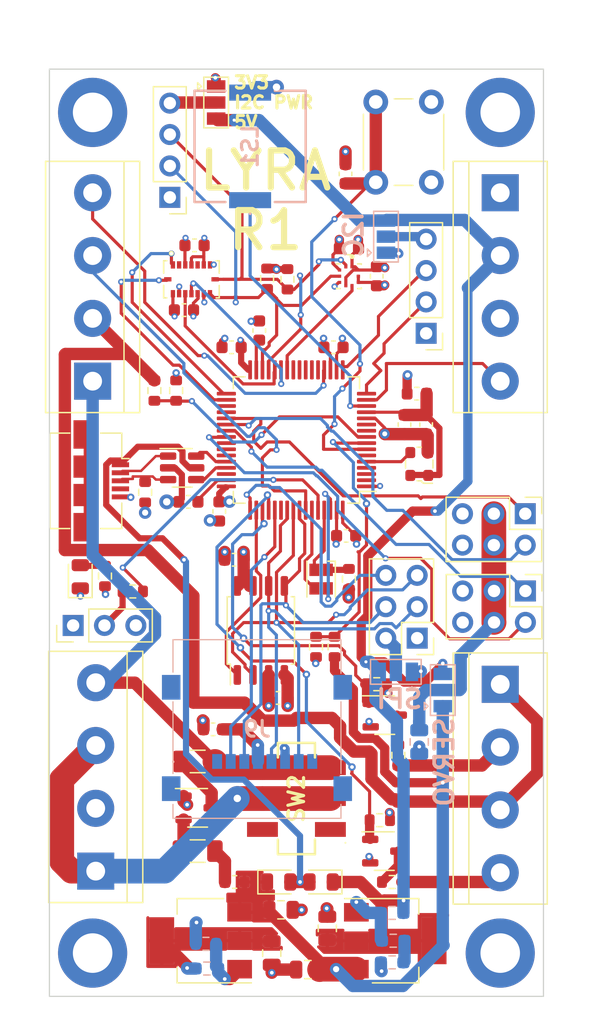
<source format=kicad_pcb>
(kicad_pcb (version 20221018) (generator pcbnew)
  (layers (0 "F.Cu" signal) (1 "In1.Cu" signal) (2 "In2.Cu" signal) (31 "B.Cu" signal) (34 "B.Paste" user) (35 "F.Paste" user) (36 "B.SilkS" user "B.Silkscreen") (37 "F.SilkS" user "F.Silkscreen") (38 "B.Mask" user) (39 "F.Mask" user) (44 "Edge.Cuts" user))
  (net 0 "")
  (net 1 "+12V")
  (net 2 "GND")
  (net 3 "+3V3")
  (net 4 "+5V")
  (net 5 "RESET")
  (net 6 "Net-(U7-VCAP_1)")
  (net 7 "Net-(U7-VCAP_2)")
  (net 8 "+3.3VA")
  (net 9 "VBUS")
  (net 10 "LED RED")
  (net 11 "LED GREEN")
  (net 12 "Net-(D5-A)")
  (net 13 "LED BLUE")
  (net 14 "Net-(D3-A)")
  (net 15 "+BATT")
  (net 16 "Net-(Q1-D)")
  (net 17 "+12P")
  (net 18 "Net-(F2-Pad2)")
  (net 19 "USB CON D-")
  (net 20 "USB CON D+")
  (net 22 "unconnected-(J1-Shield-Pad6)")
  (net 23 "BATT PRESWITCH")
  (net 24 "ARM-")
  (net 25 "UART POWER")
  (net 26 "MOSI")
  (net 27 "MISO")
  (net 28 "SCK")
  (net 29 "CS BRKOUT")
  (net 30 "SPI POWER")
  (net 31 "SDA")
  (net 32 "SCL")
  (net 33 "I2C POWER")
  (net 34 "SERVO3")
  (net 35 "SERVO4")
  (net 36 "SERVO POWER")
  (net 37 "SERVO1")
  (net 38 "SERVO2")
  (net 40 "CS SD")
  (net 46 "BOOT0")
  (net 47 "BUZZER")
  (net 48 "P1 EN")
  (net 49 "Net-(Q2-D)")
  (net 50 "P2 EN")
  (net 51 "Net-(Q3-D)")
  (net 52 "Net-(U1-ADJ)")
  (net 53 "Net-(U2-ADJ)")
  (net 54 "Net-(R3-Pad2)")
  (net 55 "P1-")
  (net 56 "P2-")
  (net 57 "BATT SENSE")
  (net 58 "USB D+")
  (net 59 "USB D-")
  (net 62 "ACCEL INT2")
  (net 63 "ACCEL INT1")
  (net 64 "GYRO INT4")
  (net 65 "GYRO INT3")
  (net 66 "BARO INT")
  (net 67 "FLASH CS")
  (net 71 "OSCIN")
  (net 73 "PA4")
  (net 76 "Net-(J10-Pin_2)")
  (net 77 "USART2 TX")
  (net 78 "USART2 RX")
  (net 79 "PA1")
  (net 80 "PYRO SENSE")
  (net 89 "PB6")
  (footprint "Resistor_SMD:R_0603_1608Metric" (layer "F.Cu") (at 133.75 109.25 -90)
    (fp_text reference "R16")
    (fp_text value "20k")
  )
  (footprint "MountingHole:MountingHole_3.2mm_M3_DIN965_Pad" (layer "F.Cu") (at 128.75 86.75)
    (fp_text reference "H1")
    (fp_text value "MountingHole_Pad")
  )
  (footprint "Inductor_SMD:L_0603_1608Metric" (layer "F.Cu") (at 140.25 149)
    (fp_text reference "FB1")
    (fp_text value "600 @600mhz")
  )
  (footprint "Package_SO:SOIC-8_5.23x5.23mm_P1.27mm" (layer "F.Cu") (at 142.367 128.651 90)
    (fp_text reference "U6")
    (fp_text value "W25Q32JVSS")
  )
  (footprint "Jumper:SolderJumper-3_P1.3mm_Open_Pad1.0x1.5mm" (layer "F.Cu") (at 138.75 85.95 -90)
    (fp_text reference "JP1")
    (fp_text value "SolderJumper_3_Open")
  )
  (footprint "Resistor_SMD:R_0603_1608Metric" (layer "F.Cu") (at 153.5 138.75 90)
    (fp_text reference "R9")
    (fp_text value "10")
  )
  (footprint "Connector_PinHeader_2.54mm:PinHeader_2x03_P2.54mm_Vertical" (layer "F.Cu") (at 163.79 125.46 -90)
    (fp_text reference "J6")
    (fp_text value "Conn_02x03_Top_Bottom")
  )
  (footprint "Package_TO_SOT_SMD:SOT-23-3" (layer "F.Cu") (at 152.3625 146.5)
    (fp_text reference "Q3")
    (fp_text value "Q_NMOS_GSD")
  )
  (footprint "Connector_PinHeader_2.54mm:PinHeader_1x03_P2.54mm_Vertical" (layer "F.Cu") (at 127.17 128.25 90)
    (fp_text reference "J10")
    (fp_text value "BOOT 0 HEADER")
  )
  (footprint "TerminalBlock:TerminalBlock_bornier-4_P5.08mm" (layer "F.Cu") (at 161.75 133.01 -90)
    (fp_text reference "J12")
    (fp_text value "Screw_Terminal_01x04")
  )
  (footprint "Capacitor_SMD:C_0805_2012Metric" (layer "F.Cu") (at 147.75 152.75 90)
    (fp_text reference "C4")
    (fp_text value "1uf")
  )
  (footprint "Package_QFP:LQFP-64_10x10mm_P0.5mm" (layer "F.Cu") (at 145.25 113.25 180)
    (fp_text reference "U7")
    (fp_text value "STM32F405RGTx")
  )
  (footprint "Resistor_SMD:R_0603_1608Metric" (layer "F.Cu") (at 129.75 124.25 -90)
    (fp_text reference "R11")
    (fp_text value "1k")
  )
  (footprint "Capacitor_SMD:C_0603_1608Metric" (layer "F.Cu") (at 143.764 134.112 180)
    (fp_text reference "C9")
    (fp_text value "1uf")
  )
  (footprint "TerminalBlock:TerminalBlock_bornier-4_P5.08mm" (layer "F.Cu") (at 161.75 93.25 -90)
    (fp_text reference "J11")
    (fp_text value "Screw_Terminal_01x04")
  )
  (footprint "Connector_PinHeader_2.54mm:PinHeader_2x03_P2.54mm_Vertical" (layer "F.Cu") (at 155.025 129.275 180)
    (fp_text reference "J8")
    (fp_text value "SPI Breakout")
  )
  (footprint "Capacitor_SMD:C_0603_1608Metric" (layer "F.Cu") (at 140 105.75)
    (fp_text reference "C22")
    (fp_text value "100nf")
  )
  (footprint "TerminalBlock:TerminalBlock_bornier-4_P5.08mm" (layer "F.Cu") (at 128.75 108.49 90)
    (fp_text reference "J5")
    (fp_text value "Screw_Terminal_01x04")
  )
  (footprint "Package_TO_SOT_SMD:SOT-223-3_TabPin2" (layer "F.Cu") (at 153.25 153.75)
    (fp_text reference "U2")
    (fp_text value "LM317_SOT-223")
  )
  (footprint "Capacitor_SMD:C_0603_1608Metric" (layer "F.Cu") (at 136.144 102.743 180)
    (fp_text reference "C6")
    (fp_text value "0.1uf")
  )
  (footprint "Capacitor_SMD:C_0603_1608Metric" (layer "F.Cu") (at 154 112 90)
    (fp_text reference "C19")
    (fp_text value "0.1uf")
  )
  (footprint "Package_TO_SOT_SMD:SOT-23-3" (layer "F.Cu") (at 152.4 135.5)
    (fp_text reference "Q2")
    (fp_text value "Q_NMOS_GSD")
  )
  (footprint "Resistor_SMD:R_0603_1608Metric" (layer "F.Cu") (at 146.836 129.984 -90)
    (fp_text reference "R14")
    (fp_text value "6k")
  )
  (footprint "Resistor_SMD:R_0603_1608Metric" (layer "F.Cu") (at 153 149 180)
    (fp_text reference "R12")
    (fp_text value "10")
  )
  (footprint "SamacSys_Parts:JS202011SCQN" (layer "F.Cu") (at 145.25 142.25 90)
    (fp_text reference "SW2")
    (fp_text value "SW_Push_DPDT" hide)
  )
  (footprint "Capacitor_SMD:C_0603_1608Metric" (layer "F.Cu") (at 149.5 97.75 180)
    (fp_text reference "C8")
    (fp_text value "0.1uf")
  )
  (footprint "Connector_PinHeader_2.54mm:PinHeader_1x04_P2.54mm_Vertical" (layer "F.Cu") (at 135 93.62 180)
    (fp_text reference "J4")
    (fp_text value "I2C Breakout")
  )
  (footprint "Capacitor_SMD:C_0603_1608Metric" (layer "F.Cu") (at 149.275 121)
    (fp_text reference "C20")
    (fp_text value "100nf")
  )
  (footprint "TerminalBlock:TerminalBlock_bornier-4_P5.08mm" (layer "F.Cu") (at 129 148.12 90)
    (fp_text reference "J3")
    (fp_text value "Screw_Terminal_01x04")
  )
  (footprint "Resistor_SMD:R_0603_1608Metric" (layer "F.Cu") (at 151.75 133 180)
    (fp_text reference "R8")
    (fp_text value "470")
  )
  (footprint "Fuse:Fuse_1206_3216Metric" (layer "F.Cu") (at 137.25 139.25 180)
    (fp_text reference "F1")
    (fp_text value "2a")
  )
  (footprint "Resistor_SMD:R_0603_1608Metric" (layer "F.Cu") (at 148.336 129.984 90)
    (fp_text reference "R13")
    (fp_text value "20k")
  )
  (footprint "Diode_SMD:D_0805_2012Metric" (layer "F.Cu") (at 143.8125 149)
    (fp_text reference "D1")
    (fp_text value "D_Small")
  )
  (footprint "Resistor_SMD:R_0603_1608Metric" (layer "F.Cu") (at 152 144 180)
    (fp_text reference "R10")
    (fp_text value "470")
  )
  (footprint "Connector_PinHeader_2.54mm:PinHeader_1x04_P2.54mm_Vertical" (layer "F.Cu") (at 155.75 104.62 180)
    (fp_text reference "J2")
    (fp_text value "UART Breakout")
  )
  (footprint "Package_TO_SOT_SMD:SOT-23-6" (layer "F.Cu") (at 136 115.5)
    (fp_text reference "U3")
    (fp_text value "USBLC6-2SC6")
  )
  (footprint "Capacitor_SMD:C_0603_1608Metric" (layer "F.Cu") (at 137 97.5)
    (fp_text reference "C5")
    (fp_text value "0.1uf")
  )
  (footprint "Capacitor_SMD:C_0603_1608Metric" (layer "F.Cu") (at 136.5 118.25 180)
    (fp_text reference "C14")
    (fp_text value "2u2")
  )
  (footprint "Button_Switch_THT:SW_PUSH_6mm" (layer "F.Cu") (at 156.174 85.904 -90)
    (fp_text reference "SW1")
    (fp_text value "SW_MEC_5E")
  )
  (footprint "Connector_USB:USB_Micro-B_Amphenol_10104110_Horizontal" (layer "F.Cu") (at 129.45 116.55 -90)
    (fp_text reference "J1")
    (fp_text value "USB_B_Micro")
  )
  (footprint "Resistor_SMD:R_0603_1608Metric" (layer "F.Cu") (at 132 125.5 180)
    (fp_text reference "R19")
    (fp_text value "10k")
  )
  (footprint "Capacitor_SMD:C_0603_1608Metric" (layer "F.Cu") (at 139 119.025 90)
    (fp_text reference "C21")
    (fp_text value "100nf")
  )
  (footprint "Capacitor_SMD:C_0603_1608Metric" (layer "F.Cu") (at 149.225 91.725 -90)
    (fp_text reference "C11")
    (fp_text value "100nf")
  )
  (footprint "Inductor_SMD:L_0603_1608Metric" (layer "F.Cu") (at 155 109.5 180)
    (fp_text reference "FB2")
    (fp_text value "600 @ 600MHz")
  )
  (footprint "Capacitor_SMD:C_0603_1608Metric" (layer "F.Cu") (at 140.208 122.936)
    (fp_text reference "C10")
    (fp_text value "0.1uf")
  )
  (footprint "MountingHole:MountingHole_3.2mm_M3_DIN965_Pad" (layer "F.Cu") (at 161.75 154.75)
    (fp_text reference "H4")
    (fp_text value "MountingHole_Pad")
  )
  (footprint "Resistor_SMD:R_0603_1608Metric" (layer "F.Cu") (at 144.526 100.25 -90)
    (fp_text reference "R15")
    (fp_text value "2k2")
  )
  (footprint "Package_TO_SOT_SMD:SOT-23-3" (layer "F.Cu") (at 137.25 143)
    (fp_text reference "Q1")
    (fp_text value "AO3401A")
  )
  (footprint "Diode_SMD:D_0805_2012Metric" (layer "F.Cu") (at 147.25 149 180)
    (fp_text reference "D4")
    (fp_text value "D_Small")
  )
  (footprint "Resistor_SMD:R_0603_1608Metric" (layer "F.Cu") (at 142.875 100.203 -90)
    (fp_text reference "R17")
    (fp_text value "2k2")
  )
  (footprint "Resistor_SMD:R_0603_1608Metric" (layer "F.Cu") (at 133 117.475 90)
    (fp_text reference "R2")
    (fp_text value "1k5")
  )
  (footprint "Capacitor_SMD:C_0805_2012Metric" (layer "F.Cu") (at 143.25 154.75 -90)
    (fp_text reference "C3")
    (fp_text value "1uf")
  )
  (footprint "Capacitor_SMD:C_0603_1608Metric" (layer "F.Cu") (at 138.5 136.652)
    (fp_text reference "C12")
    (fp_text value "1uf")
  )
  (footprint "Oscillator:Oscillator_SMD_ECS_2520MV-xxx-xx-4Pin_2.5x2.0mm" (layer "F.Cu") (at 155.194 115.189 180)
    (fp_text reference "X1")
    (fp_text value "ECS-2520MV-xxx-xx")
  )
  (footprint "LED_SMD:LED_0805_2012Metric" (layer "F.Cu") (at 127.75 124.3125 90)
    (fp_text reference "D3")
    (fp_text value "LED")
  )
  (footprint "MountingHole:MountingHole_3.2mm_M3_DIN965_Pad" (layer "F.Cu") (at 161.75 86.75)
    (fp_text reference "H2")
    (fp_text value "MountingHole_Pad")
  )
  (footprint "Capacitor_SMD:C_0603_1608Metric" (layer "F.Cu") (at 148.25 105.75 180)
    (fp_text reference "C17")
    (fp_text value "100nf")
  )
  (footprint "Capacitor_SMD:C_0603_1608Metric" (layer "F.Cu") (at 151.75 100 -90)
    (fp_text reference "C7")
    (fp_text value "0.1uf")
  )
  (footprint "Fuse:Fuse_1206_3216Metric" (layer "F.Cu") (at 137.25 146.5)
    (fp_text reference "F2")
    (fp_text value "200ma")
  )
  (footprint "Resistor_SMD:R_0603_1608Metric" (layer "F.Cu") (at 135.51 109.25 90)
    (fp_text reference "R18")
    (fp_text value "6k")
  )
  (footprint "SnapEDA Library:XDCR_BMP390L" (layer "F.Cu") (at 149.5 100)
    (fp_text reference "U5")
    (fp_text value "BMP390L")
  )
  (footprint "Connector_PinHeader_2.54mm:PinHeader_2x03_P2.54mm_Vertical" (layer "F.Cu") (at 163.775 119.21 -90)
    (fp_text reference "J7")
    (fp_text value "Conn_02x03_Top_Bottom")
  )
  (footprint "Resistor_SMD:R_0603_1608Metric" (layer "F.Cu") (at 149.5 124.5 -90)
    (fp_text reference "R7")
    (fp_text value "1k")
  )
  (footprint "Capacitor_SMD:C_0805_2012Metric" (layer "F.Cu") (at 144 151.25)
    (fp_text reference "C1")
    (fp_text value "0.1uf")
  )
  (footprint "Capacitor_SMD:C_0603_1608Metric" (layer "F.Cu") (at 155.75 112 90)
    (fp_text reference "C18")
    (fp_text value "1uf")
  )
  (footprint "LED_SMD:LED_Cree-PLCC4_2x2mm_CW" (layer "F.Cu") (at 147.25 124.5 -90)
    (fp_text reference "D5")
    (fp_text value "LED_ARBG")
  )
  (footprint "MountingHole:MountingHole_3.2mm_M3_DIN965_Pad" (layer "F.Cu") (at 128.75 154.75)
    (fp_text reference "H3")
    (fp_text value "MountingHole_Pad")
  )
  (footprint "Capacitor_SMD:C_0603_1608Metric" (layer "F.Cu") (at 142.24 104.394 90)
    (fp_text reference "C13")
    (fp_text value "2u2")
  )
  (footprint "Package_TO_SOT_SMD:SOT-223-3_TabPin2" (layer "F.Cu") (at 137.5 153.75 180)
    (fp_text reference "U1")
    (fp_text value "LM317_SOT-223")
  )
  (footprint "SnapEDA Library:PQFN50P450X300X100-16N" (layer "F.Cu") (at 136.75 100.25)
    (fp_text reference "U4")
    (fp_text value "BMI088")
  )
  (footprint "Capacitor_SMD:C_0805_2012Metric" (layer "F.Cu") (at 146.177 156.083 180)
    (fp_text reference "C2")
    (fp_text value "0.1uf")
  )
  (footprint "Resistor_SMD:R_0603_1608Metric_Pad0.98x0.95mm_HandSolder" (layer "B.Cu") (at 153.0875 153.75)
    (fp_text reference "R3")
    (fp_text value "400")
  )
  (footprint "Resistor_SMD:R_0603_1608Metric" (layer "B.Cu") (at 137.925 154 180)
    (fp_text reference "R1")
    (fp_text value "400")
  )
  (footprint "Resistor_SMD:R_0603_1608Metric_Pad0.98x0.95mm_HandSolder" (layer "B.Cu") (at 138 156)
    (fp_text reference "R5")
    (fp_text value "240")
  )
  (footprint "Jumper:SolderJumper-3_P1.3mm_Open_Pad1.0x1.5mm" (layer "B.Cu") (at 153.3 132 180)
    (fp_text reference "JP3")
    (fp_text value "SolderJumper_3_Open")
  )
  (footprint "Jumper:SolderJumper-3_P1.3mm_Open_Pad1.0x1.5mm" (layer "B.Cu") (at 152.5 96.8 90)
    (fp_text reference "JP2")
    (fp_text value "SolderJumper_3_Open")
  )
  (footprint "SamacSys_Parts:PKMCS0909E4000R1" (layer "B.Cu") (at 141.5 89.5 90)
    (fp_text reference "LS1")
    (fp_text value "PKMCS0909E4000-R1" hide)
  )
  (footprint "SamacSys_Parts:MEM20670218000A" (layer "B.Cu") (at 142.055 141.45 180)
    (fp_text reference "J9")
    (fp_text value "MEM2067-02-180-00-A" hide)
  )
  (footprint "Resistor_SMD:R_0603_1608Metric_Pad0.98x0.95mm_HandSolder" (layer "B.Cu") (at 153 151.5 180)
    (fp_text reference "R6")
    (fp_text value "240")
  )
  (footprint "Resistor_SMD:R_0603_1608Metric_Pad0.98x0.95mm_HandSolder" (layer "B.Cu") (at 153 155.5 180)
    (fp_text reference "R4")
    (fp_text value "330")
  )
  (footprint "Jumper:SolderJumper-3_P1.3mm_Open_Pad1.0x1.5mm" (layer "B.Cu") (at 157.099 133.477 90)
    (fp_text reference "JP4")
    (fp_text value "SolderJumper_3_Open")
  )
  (footprint "Capacitor_SMD:C_0805_2012Metric" (layer "B.Cu") (at 155.194 137.668 -90)
    (fp_text reference "C15")
    (fp_text value "1uf")
  )
  (gr_rect (start 125.25 83.25) (end 165.25 158.25) (stroke (width 0.1)) (fill none) (layer "Edge.Cuts"))
  (gr_text "\nSPI\n" (at 155.599 135.077) (layer "B.SilkS") (effects (font (size 1.5 1.5) (thickness 0.3) bold) (justify left bottom mirror)))
  (gr_text "I2C\n" (at 150.749 94.615 90) (layer "B.SilkS") (effects (font (size 1.5 1.5) (thickness 0.3) bold) (justify left bottom mirror)))
  (gr_text "SERVO" (at 158.099 135.527 90) (layer "B.SilkS") (effects (font (size 1.5 1.5) (thickness 0.3) bold) (justify left bottom mirror)))
  (gr_text "LYRA\nR1" (at 142.748 98.044) (layer "F.SilkS") (effects (font (size 3 3) (thickness 0.5) bold) (justify bottom)))
  (gr_text "3V3\nI2C PWR\n5V" (at 140.081 88.138) (layer "F.SilkS") (effects (font (size 1 1) (thickness 0.25) bold) (justify left bottom)))
  (segment (start 150.349695 137.375) (end 151.599 137.375) (width 0.75) (layer "F.Cu") (net 1))
  (segment (start 149.86 133.423503) (end 149.86 136.885305) (width 0.75) (layer "F.Cu") (net 1))
  (segment (start 147.127 155.495503) (end 147.127 156.083) (width 1) (layer "F.Cu") (net 1))
  (segment (start 143.05 151.25) (end 143.05 151.418503) (width 1) (layer "F.Cu") (net 1))
  (segment (start 149.86 136.885305) (end 150.349695 137.375) (width 0.75) (layer "F.Cu") (net 1))
  (segment (start 148.336 131.899503) (end 149.86 133.423503) (width 0.75) (layer "F.Cu") (net 1))
  (segment (start 152.4 138.176) (end 152.4 140.081) (width 0.75) (layer "F.Cu") (net 1))
  (segment (start 150.1 156.05) (end 147.16 156.05) (width 2) (layer "F.Cu") (net 1))
  (segment (start 153.289 140.97) (end 157.099 140.97) (width 0.75) (layer "F.Cu") (net 1))
  (segment (start 143.05 151.418503) (end 147.127 155.495503) (width 1) (layer "F.Cu") (net 1))
  (segment (start 147.16 156.05) (end 147.127 156.083) (width 2) (layer "F.Cu") (net 1))
  (segment (start 152.4 140.081) (end 153.289 140.97) (width 0.75) (layer "F.Cu") (net 1))
  (segment (start 151.599 137.375) (end 152.4 138.176) (width 0.75) (layer "F.Cu") (net 1))
  (segment (start 142.85 151.45) (end 143.05 151.25) (width 1) (layer "F.Cu") (net 1))
  (segment (start 148.336 130.809) (end 148.336 131.899503) (width 0.75) (layer "F.Cu") (net 1))
  (via (at 148.463 156.05) (size 1) (drill 0.5) (layers "F.Cu" "B.Cu") (net 1))
  (via (at 157.099 140.97) (size 0.6) (drill 0.3) (layers "F.Cu" "B.Cu") (net 1))
  (segment (start 157.099 154.051) (end 157.1625 154.1145) (width 1) (layer "B.Cu") (net 1))
  (segment (start 149.823 157.41) (end 153.867 157.41) (width 1) (layer "B.Cu") (net 1))
  (segment (start 157.099 140.97) (end 157.099 154.051) (width 1) (layer "B.Cu") (net 1))
  (segment (start 157.099 134.777) (end 157.099 140.97) (width 1) (layer "B.Cu") (net 1))
  (segment (start 148.463 156.05) (end 149.823 157.41) (width 1) (layer "B.Cu") (net 1))
  (segment (start 153.867 157.41) (end 157.1625 154.1145) (width 1) (layer "B.Cu") (net 1))
  (segment (start 148.7375 99.5) (end 148.209 98.9715) (width 0.254) (layer "F.Cu") (net 2))
  (segment (start 151.627092 111.5) (end 152.4 112.272908) (width 0.254) (layer "F.Cu") (net 2))
  (segment (start 144.539 132.518) (end 144.272 132.251) (width 1) (layer "F.Cu") (net 2))
  (segment (start 152.425 112.775) (end 152.4 112.75) (width 1) (layer "F.Cu") (net 2))
  (segment (start 144.539 134.112) (end 144.539 134.747) (width 1) (layer "F.Cu") (net 2))
  (segment (start 137.725 135.984) (end 137.668 135.927) (width 1) (layer "F.Cu") (net 2))
  (segment (start 134.8625 115.5) (end 135.423528 115.5) (width 0.5) (layer "F.Cu") (net 2))
  (segment (start 150.925 111.5) (end 151.627092 111.5) (width 0.254) (layer "F.Cu") (net 2))
  (segment (start 137.775 96.921) (end 137.795 96.901) (width 0.254) (layer "F.Cu") (net 2))
  (segment (start 136.1125 142.4625) (end 136.398 142.748) (width 1) (layer "F.Cu") (net 2))
  (segment (start 137.75 97.525) (end 137.775 97.5) (width 0.254) (layer "F.Cu") (net 2))
  (segment (start 139 119.8) (end 138.3 119.8) (width 0.5) (layer "F.Cu") (net 2))
  (segment (start 148.5 107.575) (end 148.5 106.275) (width 0.254) (layer "F.Cu") (net 2))
  (segment (start 131 117.85) (end 131.801575 117.85) (width 0.254) (layer "F.Cu") (net 2))
  (segment (start 152.825 143.427) (end 152.781 143.383) (width 0.75) (layer "F.Cu") (net 2))
  (segment (start 143.633 156.083) (end 143.25 155.7) (width 1) (layer "F.Cu") (net 2))
  (segment (start 141.601 103.632) (end 141.588 103.645) (width 0.5) (layer "F.Cu") (net 2))
  (segment (start 145.662 151.25) (end 145.669 151.257) (width 1) (layer "F.Cu") (net 2))
  (segment (start 148.5 106.275) (end 149.025 105.75) (width 0.254) (layer "F.Cu") (net 2))
  (segment (start 148.725 97.036) (end 148.717 97.028) (width 0.75) (layer "F.Cu") (net 2))
  (segment (start 151.475 100.5) (end 151.75 100.775) (width 0.254) (layer "F.Cu") (net 2))
  (segment (start 148.5 118.925) (end 148.5 121) (width 0.254) (layer "F.Cu") (net 2))
  (segment (start 148.7375 100.5) (end 148.674 100.5) (width 0.254) (layer "F.Cu") (net 2))
  (segment (start 152.575 133) (end 152.575 133.652) (width 0.75) (layer "F.Cu") (net 2))
  (segment (start 148.5 121) (end 148.5 121.629) (width 0.254) (layer "F.Cu") (net 2))
  (segment (start 151.1125 136.45) (end 151.1125 136.0345) (width 0.5) (layer "F.Cu") (net 2))
  (segment (start 137.75 102.063) (end 137.795 102.108) (width 0.254) (layer "F.Cu") (net 2))
  (segment (start 155.75 112.775) (end 155.875 112.9) (width 1) (layer "F.Cu") (net 2))
  (segment (start 135.423528 115.5) (end 135.975 116.051472) (width 0.5) (layer "F.Cu") (net 2))
  (segment (start 139.225 105.75) (end 139.225 105.25) (width 0.5) (layer "F.Cu") (net 2))
  (segment (start 135.25 101.415) (end 135.25 102.624) (width 0.254) (layer "F.Cu") (net 2))
  (segment (start 148.725 97.75) (end 148.725 97.036) (width 0.75) (layer "F.Cu") (net 2))
  (segment (start 127.75 125.845) (end 127.762 125.857) (width 0.5) (layer "F.Cu") (net 2))
  (segment (start 137.75 101.415) (end 137.75 102.063) (width 0.254) (layer "F.Cu") (net 2))
  (segment (start 136.861 98.425) (end 137.75 98.425) (width 0.254) (layer "F.Cu") (net 2))
  (segment (start 149.025 105.083) (end 148.971 105.029) (width 0.254) (layer "F.Cu") (net 2))
  (segment (start 144.539 134.747) (end 144.539 132.518) (width 1) (layer "F.Cu") (net 2))
  (segment (start 137.775 97.5) (end 137.775 96.921) (width 0.254) (layer "F.Cu") (net 2))
  (segment (start 135.725 118.25) (end 134.75 118.25) (width 0.5) (layer "F.Cu") (net 2))
  (segment (start 151.1125 136.0345) (end 151.13 136.017) (width 0.5) (layer "F.Cu") (net 2))
  (segment (start 137.75 98.425) (end 137.75 97.525) (width 0.254) (layer "F.Cu") (net 2))
  (segment (start 148.5 121.629) (end 148.463 121.666) (width 0.254) (layer "F.Cu") (net 2))
  (segment (start 151.75 100.775) (end 152.336 100.775) (width 0.75) (layer "F.Cu") (net 2))
  (segment (start 139.225 105.25) (end 139.446 105.029) (width 0.5) (layer "F.Cu") (net 2))
  (segment (start 144.95 151.25) (end 145.662 151.25) (width 1) (layer "F.Cu") (net 2))
  (segment (start 147.75 151.179) (end 147.701 151.13) (width 1) (layer "F.Cu") (net 2))
  (segment (start 137.725 136.652) (end 137.725 135.984) (width 1) (layer "F.Cu") (net 2))
  (segment (start 142.24 103.632) (end 141.601 103.632) (width 0.5) (layer "F.Cu") (net 2))
  (segment (start 149.225 90.95) (end 149.225 89.916) (width 1) (layer "F.Cu") (net 2))
  (segment (start 154 112.775) (end 152.425 112.775) (width 1) (layer "F.Cu") (net 2))
  (segment (start 149.025 105.75) (end 149.025 105.083) (width 0.254) (layer "F.Cu") (net 2))
  (segment (start 135.975 118) (end 135.725 118.25) (width 0.5) (layer "F.Cu") (net 2))
  (segment (start 136.75 99.085) (end 136.75 98.536) (width 0.254) (layer "F.Cu") (net 2))
  (segment (start 127.75 125.25) (end 127.75 125.845) (width 0.5) (layer "F.Cu") (net 2))
  (segment (start 136.1125 142.05) (end 136.1125 142.4625) (width 1) (layer "F.Cu") (net 2))
  (segment (start 148.209 98.266) (end 148.725 97.75) (width 0.254) (layer "F.Cu") (net 2))
  (segment (start 151.225 147.034) (end 151.13 146.939) (width 0.5) (layer "F.Cu") (net 2))
  (segment (start 152.336 100.775) (end 152.4 100.711) (width 0.75) (layer "F.Cu") (net 2))
  (segment (start 145.227 156.083) (end 143.633 156.083) (width 1) (layer "F.Cu") (net 2))
  (segment (start 148.209 98.9715) (end 148.209 98.266) (width 0.254) (layer "F.Cu") (net 2))
  (segment (start 151.225 147.45) (end 151.225 147.034) (width 0.5) (layer "F.Cu") (net 2))
  (segment (start 146.836 130.809) (end 146.836 131.294) (width 0.254) (layer "F.Cu") (net 2))
  (segment (start 152.825 144) (end 152.825 143.427) (width 0.75) (layer "F.Cu") (net 2))
  (segment (start 135.25 102.624) (end 135.369 102.743) (width 0.254) (layer "F.Cu") (net 2))
  (segment (start 136.75 98.536) (end 136.861 98.425) (width 0.254) (layer "F.Cu") (net 2))
  (segment (start 150.2625 100) (end 150.2625 100.5) (width 0.254) (layer "F.Cu") (net 2))
  (segment (start 155.875 112.9) (end 155.875 114.264) (width 1) (layer "F.Cu") (net 2))
  (segment (start 143.25 156.331) (end 143.256 156.337) (width 1) (layer "F.Cu") (net 2))
  (segment (start 138.3 119.8) (end 138.25 119.75) (width 0.5) (layer "F.Cu") (net 2))
  (segment (start 146.836 131.294) (end 146.812 131.318) (width 0.254) (layer "F.Cu") (net 2))
  (segment (start 139.433 122.314) (end 139.446 122.301) (width 1) (layer "F.Cu") (net 2))
  (segment (start 150.2625 100.5) (end 151.475 100.5) (width 0.254) (layer "F.Cu") (net 2))
  (segment (start 152.575 133.652) (end 152.654 133.731) (width 0.75) (layer "F.Cu") (net 2))
  (segment (start 154 112.775) (end 155.75 112.775) (width 1) (layer "F.Cu") (net 2))
  (segment (start 143.25 155.7) (end 143.25 156.331) (width 1) (layer "F.Cu") (net 2))
  (segment (start 139.433 122.936) (end 139.433 122.314) (width 1) (layer "F.Cu") (net 2))
  (segment (start 147.75 151.8) (end 147.75 151.179) (width 1) (layer "F.Cu") (net 2))
  (segment (start 135.51 107.824) (end 135.509 107.823) (width 0.5) (layer "F.Cu") (net 2))
  (segment (start 131.801575 117.85) (end 131.833035 117.88146) (width 0.254) (layer "F.Cu") (net 2))
  (segment (start 135.51 108.425) (end 135.51 107.824) (width 0.5) (layer "F.Cu") (net 2))
  (segment (start 137.75 99.085) (end 137.75 98.425) (width 0.254) (layer "F.Cu") (net 2))
  (segment (start 152.4 112.272908) (end 152.4 112.75) (width 0.254) (layer "F.Cu") (net 2))
  (segment (start 135.975 116.051472) (end 135.975 118) (width 0.5) (layer "F.Cu") (net 2))
  (segment (start 148.674 100.5) (end 148.336 100.838) (width 0.254) (layer "F.Cu") (net 2))
  (via (at 134.75 118.25) (size 1.2) (drill 0.6) (layers "F.Cu" "B.Cu") (net 2))
  (via (at 147.701 151.13) (size 0.6) (drill 0.3) (layers "F.Cu" "B.Cu") (net 2))
  (via (at 137.16 152.273) (size 0.6) (drill 0.3) (layers "F.Cu" "B.Cu") (net 2))
  (via (at 139.446 105.029) (size 0.6) (drill 0.3) (layers "F.Cu" "B.Cu") (net 2))
  (via (at 149.225 89.916) (size 0.6) (drill 0.3) (layers "F.Cu" "B.Cu") (net 2))
  (via (at 144.272 138.176) (size 0.5) (drill 0.25) (layers "F.Cu" "B.Cu") (net 2))
  (via (at 137.795 96.901) (size 0.5) (drill 0.25) (layers "F.Cu" "B.Cu") (net 2))
  (via (at 139.446 122.301) (size 0.6) (drill 0.3) (layers "F.Cu" "B.Cu") (net 2))
  (via (at 143.256 156.337) (size 0.6) (drill 0.3) (layers "F.Cu" "B.Cu") (net 2))
  (via (at 155.194 138.049) (size 0.6) (drill 0.3) (layers "F.Cu" "B.Cu") (net 2))
  (via (at 137.668 135.927) (size 0.6) (drill 0.3) (layers "F.Cu" "B.Cu") (net 2))
  (via (at 148.717 97.028) (size 0.6) (drill 0.3) (layers "F.Cu" "B.Cu") (net 2))
  (via (at 152.781 143.383) (size 0.6) (drill 0.3) (layers "F.Cu" "B.Cu") (net 2))
  (via (at 145.669 151.257) (size 0.6) (drill 0.3) (layers "F.Cu" "B.Cu") (net 2))
  (via (at 135.509 107.823) (size 0.6) (drill 0.3) (layers "F.Cu" "B.Cu") (net 2))
  (via (at 152.4 112.75) (size 0.8) (drill 0.4) (layers "F.Cu" "B.Cu") (net 2))
  (via (at 146.812 131.318) (size 0.6) (drill 0.3) (layers "F.Cu" "B.Cu") (net 2))
  (via (at 152.146 156.21) (size 0.6) (drill 0.3) (layers "F.Cu" "B.Cu") (net 2))
  (via (at 137.795 102.108) (size 0.5) (drill 0.25) (layers "F.Cu" "B.Cu") (net 2))
  (via (at 151.13 136.017) (size 0.6) (drill 0.3) (layers "F.Cu" "B.Cu") (net 2))
  (via (at 144.539 134.747) (size 0.6) (drill 0.3) (layers "F.Cu" "B.Cu") (net 2))
  (via (at 143.637 84.709) (size 1.2) (drill 0.6) (layers "F.Cu" "B.Cu") (net 2))
  (via (at 136.398 142.748) (size 0.6) (drill 0.3) (layers "F.Cu" "B.Cu") (net 2))
  (via (at 151.13 146.939) (size 0.6) (drill 0.3) (layers "F.Cu" "B.Cu") (net 2))
  (via (at 148.336 100.838) (size 0.5) (drill 0.25) (layers "F.Cu" "B.Cu") (net 2))
  (via (at 135.382 103.251) (size 0.5) (drill 0.25) (layers "F.Cu" "B.Cu") (net 2))
  (via (at 138.25 119.75) (size 1) (drill 0.5) (layers "F.Cu" "B.Cu") (net 2))
  (via (at 131.833035 117.88146) (size 0.6) (drill 0.3) (layers "F.Cu" "B.Cu") (net 2))
  (via (at 152.654 133.731) (size 0.6) (drill 0.3) (layers "F.Cu" "B.Cu") (net 2))
  (via (at 141.588 103.645) (size 0.6) (drill 0.3) (layers "F.Cu" "B.Cu") (net 2))
  (via (at 152.4 100.711) (size 0.6) (drill 0.3) (layers "F.Cu" "B.Cu") (net 2))
  (via (at 148.971 105.029) (size 0.6) (drill 0.3) (layers "F.Cu" "B.Cu") (net 2))
  (via (at 148.463 121.666) (size 0.6) (drill 0.3) (layers "F.Cu" "B.Cu") (net 2))
  (via (at 127.762 125.857) (size 0.6) (drill 0.3) (layers "F.Cu" "B.Cu") (net 2))
  (segment (start 144.33 139.25) (end 144.33 138.234) (width 0.75) (layer "B.Cu") (net 2))
  (segment (start 152.0875 156.1515) (end 152.146 156.21) (width 1) (layer "B.Cu") (net 2))
  (segment (start 141.941 84.709) (end 141.5 85.15) (width 1) (layer "B.Cu") (net 2))
  (segment (start 144.33 138.234) (end 144.272 138.176) (width 0.75) (layer "B.Cu") (net 2))
  (segment (start 155.194 138.618) (end 155.194 138.049) (width 1) (layer "B.Cu") (net 2))
  (segment (start 137.1 152.333) (end 137.16 152.273) (width 1) (layer "B.Cu") (net 2))
  (segment (start 137.1 154) (end 137.1 152.333) (width 1) (layer "B.Cu") (net 2))
  (segment (start 143.637 84.709) (end 141.941 84.709) (width 1) (layer "B.Cu") (net 2))
  (segment (start 152.0875 155.5) (end 152.0875 156.1515) (width 1) (layer "B.Cu") (net 2))
  (segment (start 136.398 155.798) (end 134.35 153.75) (width 1) (layer "F.Cu") (net 3))
  (segment (start 143.574 99.378) (end 143.637 99.441) (width 0.75) (layer "F.Cu") (net 3))
  (segment (start 151.75 99.225) (end 152.311 99.225) (width 0.75) (layer "F.Cu") (net 3))
  (segment (start 136.906 103.251) (end 136.906 102.180998) (width 0.254) (layer "F.Cu") (net 3))
  (segment (start 149.479 125.346) (end 149.5 125.325) (width 1) (layer "F.Cu") (net 3))
  (segment (start 143 134.123) (end 142.989 134.112) (width 1) (layer "F.Cu") (net 3))
  (segment (start 143.653 99.425) (end 143.637 99.441) (width 0.5) (layer "F.Cu") (net 3))
  (segment (start 136.398 155.956) (end 136.398 155.798) (width 1) (layer "F.Cu") (net 3))
  (segment (start 138.75 84.013) (end 138.684 83.947) (width 0.75) (layer "F.Cu") (net 3))
  (segment (start 149 118.925) (end 149 119.95) (width 0.254) (layer "F.Cu") (net 3))
  (segment (start 147.475 105.75) (end 148 106.275) (width 0.254) (layer "F.Cu") (net 3))
  (segment (start 142.989 132.264) (end 143.002 132.251) (width 1) (layer "F.Cu") (net 3))
  (segment (start 137.287 101.452) (end 137.25 101.415) (width 0.254) (layer "F.Cu") (net 3))
  (segment (start 147.475 105.75) (end 147.475 105.057) (width 0.254) (layer "F.Cu") (net 3))
  (segment (start 136.225 99.06) (end 136.25 99.085) (width 0.254) (layer "F.Cu") (net 3))
  (segment (start 150.925 117) (end 151.986 117) (width 0.254) (layer "F.Cu") (net 3))
  (segment (start 144.526 99.425) (end 143.653 99.425) (width 0.5) (layer "F.Cu") (net 3))
  (segment (start 137.287 101.799998) (end 137.287 101.452) (width 0.254) (layer "F.Cu") (net 3))
  (segment (start 150.275 97.062) (end 150.241 97.028) (width 0.75) (layer "F.Cu") (net 3))
  (segment (start 140.843 136.652) (end 142.113 137.922) (width 1) (layer "F.Cu") (net 3))
  (segment (start 150 99.2375) (end 150.2625 99.5) (width 0.254) (layer "F.Cu") (net 3))
  (segment (start 139 118.25) (end 139 117.575) (width 0.5) (layer "F.Cu") (net 3))
  (segment (start 150.05 121.602) (end 150.114 121.666) (width 0.254) (layer "F.Cu") (net 3))
  (segment (start 148 106.275) (end 148 107.575) (width 0.254) (layer "F.Cu") (net 3))
  (segment (start 133 119.126) (end 133 118.3) (width 0.5) (layer "F.Cu") (net 3))
  (segment (start 139.498 117.077) (end 139.575 117.077) (width 0.5) (layer "F.Cu") (net 3))
  (segment (start 138.75 84.65) (end 138.75 84.013) (width 0.75) (layer "F.Cu") (net 3))
  (segment (start 139.013 118.237) (end 139 118.25) (width 0.5) (layer "F.Cu") (net 3))
  (segment (start 149.479 125.984) (end 149.479 125.346) (width 1) (layer "F.Cu") (net 3))
  (segment (start 149.75 99.2375) (end 149.75 98.275) (width 0.254) (layer "F.Cu") (net 3))
  (segment (start 135.75 100.978) (end 135.763 100.965) (width 0.254) (layer "F.Cu") (net 3))
  (segment (start 140.983 122.936) (end 140.97 122.301) (width 1) (layer "F.Cu") (net 3))
  (segment (start 136.906 103.251) (end 136.906 102.756) (width 0.254) (layer "F.Cu") (net 3))
  (segment (start 149 119.95) (end 150.05 121) (width 0.254) (layer "F.Cu") (net 3))
  (segment (start 140.983 124.302) (end 141.478 124.797) (width 1) (layer "F.Cu") (net 3))
  (segment (start 149.75 99.2375) (end 150 99.2375) (width 0.254) (layer "F.Cu") (net 3))
  (segment (start 149.25 100.096) (end 149.846 99.5) (width 0.254) (layer "F.Cu") (net 3))
  (segment (start 136.906 102.180998) (end 137.287 101.799998) (width 0.254) (layer "F.Cu") (net 3))
  (segment (start 140.775 105.215) (end 140.716 105.156) (width 0.5) (layer "F.Cu") (net 3))
  (segment (start 139.827 118.237) (end 139.013 118.237) (width 0.5) (layer "F.Cu") (net 3))
  (segment (start 149.846 99.5) (end 150.2625 99.5) (width 0.254) (layer "F.Cu") (net 3))
  (segment (start 139 117.575) (end 139.498 117.077) (width 0.5) (layer "F.Cu") (net 3))
  (segment (start 142.875 99.378) (end 143.574 99.378) (width 0.75) (layer "F.Cu") (net 3))
  (segment (start 154.2125 108.0375) (end 154.25 108) (width 0.75) (layer "F.Cu") (net 3))
  (segment (start 152.311 99.225) (end 152.4 99.314) (width 0.75) (layer "F.Cu") (net 3))
  (segment (start 154.2125 109.5) (end 154.2125 108.0375) (width 0.75) (layer "F.Cu") (net 3))
  (segment (start 140.775 105.75) (end 140.775 105.215) (width 0.5) (layer "F.Cu") (net 3))
  (segment (start 138.25 99.085) (end 138.532 99.085) (width 0.254) (layer "F.Cu") (net 3))
  (segment (start 147.475 105.057) (end 147.447 105.029) (width 0.254) (layer "F.Cu") (net 3))
  (segment (start 150.05 121) (end 150.05 121.602) (width 0.254) (layer "F.Cu") (net 3))
  (segment (start 138.532 99.085) (end 138.557 99.06) (width 0.254) (layer "F.Cu") (net 3))
  (segment (start 140.775 105.75) (end 140.775 106.993) (width 0.5) (layer "F.Cu") (net 3))
  (segment (start 135.75 101.415) (end 135.75 100.978) (width 0.254) (layer "F.Cu") (net 3))
  (segment (start 136.225 97.5) (end 136.225 99.06) (width 0.254) (layer "F.Cu") (net 3))
  (segment (start 150.2625 99.5) (end 151.475 99.5) (width 0.254) (layer "F.Cu") (net 3))
  (segment (start 142.989 134.112) (end 142.989 132.264) (width 1) (layer "F.Cu") (net 3))
  (segment (start 136.906 102.756) (end 136.919 102.743) (width 0.254) (layer "F.Cu") (net 3))
  (segment (start 150.275 97.75) (end 150.275 97.062) (width 0.75) (layer "F.Cu") (net 3))
  (segment (start 151.986 117) (end 152.019 116.967) (width 0.254) (layer "F.Cu") (net 3))
  (segment (start 136.225 97.5) (end 136.225 96.947) (width 0.254) (layer "F.Cu") (net 3))
  (segment (start 149.25 100.7625) (end 149.25 100.096) (width 0.254) (layer "F.Cu") (net 3))
  (segment (start 136.225 96.947) (end 136.271 96.901) (width 0.254) (layer "F.Cu") (net 3))
  (segment (start 141.478 124.797) (end 141.478 125.051) (width 1) (layer "F.Cu") (net 3))
  (segment (start 149.75 98.275) (end 150.275 97.75) (width 0.254) (layer "F.Cu") (net 3))
  (segment (start 140.983 124.302) (end 140.983 124.53) (width 1) (layer "F.Cu") (net 3))
  (segment (start 129.75 125.075) (end 129.75 125.686) (width 0.5) (layer "F.Cu") (net 3))
  (segment (start 140.983 124.53) (end 140.462 125.051) (width 1) (layer "F.Cu") (net 3))
  (segment (start 140.97 122.301) (end 140.983 124.302) (width 1) (layer "F.Cu") (net 3))
  (segment (start 143 134.747) (end 143 134.123) (width 1) (layer "F.Cu") (net 3))
  (segment (start 151.475 99.5) (end 151.75 99.225) (width 0.254) (layer "F.Cu") (net 3))
  (segment (start 139.275 136.652) (end 140.843 136.652) (width 1) (layer "F.Cu") (net 3))
  (segment (start 129.75 125.686) (end 129.794 125.73) (width 0.5) (layer "F.Cu") (net 3))
  (segment (start 140.775 106.993) (end 141.351 107.569) (width 0.5) (layer "F.Cu") (net 3))
  (via (at 138.557 99.06) (size 0.5) (drill 0.25) (layers "F.Cu" "B.Cu") (net 3))
  (via (at 143 134.747) (size 0.6) (drill 0.3) (layers "F.Cu" "B.Cu") (net 3))
  (via (at 153.543 98.171) (size 0.6) (drill 0.3) (layers "F.Cu" "B.Cu") (net 3))
  (via (at 147.447 105.029) (size 0.6) (drill 0.3) (layers "F.Cu" "B.Cu") (net 3))
  (via (at 142.113 137.922) (size 0.6) (drill 0.3) (layers "F.Cu" "B.Cu") (net 3))
  (via (at 155.321 131.953) (size 0.6) (drill 0.3) (layers "F.Cu" "B.Cu") (net 3))
  (via (at 136.906 103.251) (size 0.5) (drill 0.25) (layers "F.Cu" "B.Cu") (net 3))
  (via (at 150.241 97.028) (size 0.6) (drill 0.3) (layers "F.Cu" "B.Cu") (net 3))
  (via (at 138.684 83.947) (size 0.6) (drill 0.3) (layers "F.Cu" "B.Cu") (net 3))
  (via (at 152.4 99.314) (size 0.6) (drill 0.3) (layers "F.Cu" "B.Cu") (net 3))
  (via (at 136.398 155.956) (size 0.6) (drill 0.3) (layers "F.Cu" "B.Cu") (net 3))
  (via (at 149.479 125.984) (size 0.6) (drill 0.3) (layers "F.Cu" "B.Cu") (net 3))
  (via (at 139.827 118.237) (size 1) (drill 0.5) (layers "F.Cu" "B.Cu") (net 3))
  (via (at 136.271 96.901) (size 0.5) (drill 0.25) (layers "F.Cu" "B.Cu") (net 3))
  (via (at 140.97 122.301) (size 0.6) (drill 0.3) (layers "F.Cu" "B.Cu") (net 3))
  (via (at 143.637 99.441) (size 0.6) (drill 0.3) (layers "F.Cu" "B.Cu") (net 3))
  (via (at 152.019 116.967) (size 0.5) (drill 0.25) (layers "F.Cu" "B.Cu") (net 3))
  (via (at 150.114 121.666) (size 0.6) (drill 0.3) (layers "F.Cu" "B.Cu") (net 3))
  (via (at 140.716 105.156) (size 0.5) (drill 0.25) (layers "F.Cu" "B.Cu") (net 3))
  (via (at 154.25 108) (size 0.8) (drill 0.4) (layers "F.Cu" "B.Cu") (net 3))
  (via (at 135.763 100.838) (size 0.5) (drill 0.25) (layers "F.Cu" "B.Cu") (net 3))
  (via (at 129.794 125.73) (size 0.6) (drill 0.3) (layers "F.Cu" "B.Cu") (net 3))
  (via (at 133 119.126) (size 1) (drill 0.5) (layers "F.Cu" "B.Cu") (net 3))
  (segment (start 155.274 132) (end 155.321 131.953) (width 1) (layer "B.Cu") (net 3))
  (segment (start 142.13 139.25) (end 142.13 137.939) (width 1) (layer "B.Cu") (net 3))
  (segment (start 137.0875 156) (end 136.442 156) (width 1) (layer "B.Cu") (net 3))
  (segment (start 152.5 98.1) (end 153.472 98.1) (width 0.75) (layer "B.Cu") (net 3))
  (segment (start 142.13 137.939) (end 142.113 137.922) (width 1) (layer "B.Cu") (net 3))
  (segment (start 153.472 98.1) (end 153.543 98.171) (width 0.75) (layer "B.Cu") (net 3))
  (segment (start 154.6 132) (end 155.274 132) (width 1) (layer "B.Cu") (net 3))
  (segment (start 136.442 156) (end 136.398 155.956) (width 1) (layer "B.Cu") (net 3))
  (segment (start 153.974016 132.828) (end 155.683437 132.828) (width 0.75) (layer "F.Cu") (net 4))
  (segment (start 153.924 150.495) (end 152.369791 150.495) (width 1) (layer "F.Cu") (net 4))
  (segment (start 151.029 122.63049) (end 151.029 127.458778) (width 0.75) (layer "F.Cu") (net 4))
  (segment (start 152.369791 150.495) (end 152.146 150.718791) (width 1) (layer "F.Cu") (net 4))
  (segment (start 150.427209 149) (end 152.146 150.718791) (width 1) (layer "F.Cu") (net 4))
  (segment (start 148.1875 149) (end 150.427209 149) (width 1) (layer "F.Cu") (net 4))
  (segment (start 152.337016 131.191) (end 153.974016 132.828) (width 0.75) (layer "F.Cu") (net 4))
  (segment (start 151.029 127.458778) (end 150.495 127.992778) (width 0.75) (layer "F.Cu") (net 4))
  (segment (start 157.099 131.412437) (end 157.099 131.318) (width 0.75) (layer "F.Cu") (net 4))
  (segment (start 138.876 87.376) (end 138.75 87.25) (width 1) (layer "F.Cu") (net 4))
  (segment (start 155.683437 132.828) (end 157.099 131.412437) (width 0.75) (layer "F.Cu") (net 4))
  (segment (start 150.495 127.992778) (end 150.495 130.81) (width 0.75) (layer "F.Cu") (net 4))
  (segment (start 154.66049 118.999) (end 151.029 122.63049) (width 0.75) (layer "F.Cu") (net 4))
  (segment (start 150.876 131.191) (end 152.337016 131.191) (width 0.75) (layer "F.Cu") (net 4))
  (segment (start 150.495 130.81) (end 150.876 131.191) (width 0.75) (layer "F.Cu") (net 4))
  (segment (start 156.464 118.999) (end 154.66049 118.999) (width 0.75) (layer "F.Cu") (net 4))
  (segment (start 140.208 87.376) (end 138.876 87.376) (width 1) (layer "F.Cu") (net 4))
  (segment (start 152.146 150.718791) (end 152.146 153.035) (width 1) (layer "F.Cu") (net 4))
  (via (at 150.876 131.191) (size 0.5) (drill 0.25) (layers "F.Cu" "B.Cu") (net 4))
  (via (at 156.464 118.999) (size 0.6) (drill 0.3) (layers "F.Cu" "B.Cu") (net 4))
  (via (at 140.208 87.376) (size 0.5) (drill 0.25) (layers "F.Cu" "B.Cu") (net 4))
  (via (at 157.099 131.318) (size 0.6) (drill 0.3) (layers "F.Cu" "B.Cu") (net 4))
  (via (at 153.924 150.495) (size 0.6) (drill 0.3) (layers "F.Cu" "B.Cu") (net 4))
  (segment (start 156.464 118.999) (end 156.718 118.999) (width 0.75) (layer "B.Cu") (net 4))
  (segment (start 161.75 98.33) (end 159.131 100.949) (width 1) (layer "B.Cu") (net 4))
  (segment (start 157.099 132.177) (end 157.099 131.318) (width 0.75) (layer "B.Cu") (net 4))
  (segment (start 158.87 95.45) (end 152.55 95.45) (width 1) (layer "B.Cu") (net 4))
  (segment (start 161.75 98.33) (end 158.87 95.45) (width 1) (layer "B.Cu") (net 4))
  (segment (start 153.924 139.446) (end 153.924 150.495) (width 1) (layer "B.Cu") (net 4))
  (segment (start 153.388 138.91) (end 153.924 139.446) (width 1) (layer "B.Cu") (net 4))
  (segment (start 152.55 95.45) (end 152.5 95.5) (width 1) (layer "B.Cu") (net 4))
  (segment (start 153.388 135.989) (end 153.388 138.91) (width 1) (layer "B.Cu") (net 4))
  (segment (start 153.9125 151.5) (end 153.9125 150.5065) (width 1) (layer "B.Cu") (net 4))
  (segment (start 159.131 116.586) (end 159.131 100.949) (width 0.75) (layer "B.Cu") (net 4))
  (segment (start 153.9125 150.5065) (end 153.924 150.495) (width 1) (layer "B.Cu") (net 4))
  (segment (start 151.191 131.191) (end 152 132) (width 1) (layer "B.Cu") (net 4))
  (segment (start 150.876 131.191) (end 151.191 131.191) (width 1) (layer "B.Cu") (net 4))
  (segment (start 156.718 118.999) (end 159.131 116.586) (width 0.75) (layer "B.Cu") (net 4))
  (segment (start 151.654 134.255) (end 153.388 135.989) (width 1) (layer "B.Cu") (net 4))
  (segment (start 150.345836 95.5) (end 142.221836 87.376) (width 1) (layer "B.Cu") (net 4))
  (segment (start 152.5 95.5) (end 150.345836 95.5) (width 1) (layer "B.Cu") (net 4))
  (segment (start 142.221836 87.376) (end 140.208 87.376) (width 1) (layer "B.Cu") (net 4))
  (segment (start 151.654 132.346) (end 151.654 134.255) (width 1) (layer "B.Cu") (net 4))
  (segment (start 152 132) (end 151.654 132.346) (width 1) (layer "B.Cu") (net 4))
  (segment (start 147.447 114) (end 147.447 112.8445) (width 0.254) (layer "F.Cu") (net 5))
  (segment (start 147.447 112.8445) (end 148.336 111.9555) (width 0.254) (layer "F.Cu") (net 5))
  (segment (start 151.674 92.404) (end 151.309 92.404) (width 0.254) (layer "F.Cu") (net 5))
  (segment (start 151.309 92.404) (end 148.336 95.377) (width 0.254) (layer "F.Cu") (net 5))
  (segment (start 151.674 85.904) (end 151.674 92.404) (width 1) (layer "F.Cu") (net 5))
  (segment (start 151.578 92.5) (end 151.674 92.404) (width 1) (layer "F.Cu") (net 5))
  (segment (start 149.225 92.5) (end 151.578 92.5) (width 1) (layer "F.Cu") (net 5))
  (segment (start 150.925 114) (end 147.447 114) (width 0.254) (layer "F.Cu") (net 5))
  (segment (start 150.394648 107.669352) (end 150.394648 107.087648) (width 0.254) (layer "F.Cu") (net 5))
  (segment (start 148.971 109.093) (end 150.394648 107.669352) (width 0.254) (layer "F.Cu") (net 5))
  (via (at 148.336 111.9555) (size 0.5) (drill 0.25) (layers "F.Cu" "B.Cu") (net 5))
  (via (at 150.394648 107.087648) (size 0.5) (drill 0.25) (layers "F.Cu" "B.Cu") (net 5))
  (via (at 148.971 109.093) (size 0.5) (drill 0.25) (layers "F.Cu" "B.Cu") (net 5))
  (via (at 148.336 95.377) (size 0.5) (drill 0.25) (layers "F.Cu" "B.Cu") (net 5))
  (segment (start 146.489 101.660288) (end 146.489 97.224) (width 0.254) (layer "B.Cu") (net 5))
  (segment (start 148.336 111.9555) (end 148.336 109.728) (width 0.254) (layer "B.Cu") (net 5))
  (segment (start 148.336 109.728) (end 148.971 109.093) (width 0.254) (layer "B.Cu") (net 5))
  (segment (start 150.394648 105.565936) (end 146.489 101.660288) (width 0.254) (layer "B.Cu") (net 5))
  (segment (start 150.394648 107.087648) (end 150.394648 105.565936) (width 0.254) (layer "B.Cu") (net 5))
  (segment (start 146.489 97.224) (end 148.336 95.377) (width 0.254) (layer "B.Cu") (net 5))
  (segment (start 142 105.409) (end 142.24 105.169) (width 0.254) (layer "F.Cu") (net 6))
  (segment (start 142 107.575) (end 142 105.409) (width 0.254) (layer "F.Cu") (net 6))
  (segment (start 139.575 116.5) (end 138.872908 116.5) (width 0.254) (layer "F.Cu") (net 7))
  (segment (start 138.872908 116.5) (end 137.275 118.097908) (width 0.254) (layer "F.Cu") (net 7))
  (segment (start 137.275 118.097908) (end 137.275 118.25) (width 0.254) (layer "F.Cu") (net 7))
  (segment (start 150.925 111) (end 153.775 111) (width 0.25) (layer "F.Cu") (net 8))
  (segment (start 156.825 116.075) (end 154.508 116.075) (width 0.5) (layer "F.Cu") (net 8))
  (segment (start 155.7875 111.1875) (end 155.75 111.225) (width 1) (layer "F.Cu") (net 8))
  (segment (start 154.508 116.075) (end 154.469 116.114) (width 0.5) (layer "F.Cu") (net 8))
  (segment (start 156.825 116.075) (end 156.825 112.3) (width 0.5) (layer "F.Cu") (net 8))
  (segment (start 155.7875 109.5) (end 155.7875 111.1875) (width 1) (layer "F.Cu") (net 8))
  (segment (start 155.75 111.225) (end 154 111.225) (width 1) (layer "F.Cu") (net 8))
  (segment (start 153.775 111) (end 154 111.225) (width 0.25) (layer "F.Cu") (net 8))
  (segment (start 156.825 112.3) (end 155.75 111.225) (width 0.5) (layer "F.Cu") (net 8))
  (segment (start 129.85 115.25) (end 129.85 118.5) (width 0.5) (layer "F.Cu") (net 9))
  (segment (start 144.75 149) (end 146.3125 149) (width 1) (layer "F.Cu") (net 9))
  (segment (start 136.025 114.948528) (end 136.025 114.151472) (width 0.5) (layer "F.Cu") (net 9))
  (segment (start 132.55 121.2) (end 134.408 121.2) (width 0.5) (layer "F.Cu") (net 9))
  (segment (start 131.2915 114.9085) (end 131 115.2) (width 0.5) (layer "F.Cu") (net 9))
  (segment (start 129.85 118.5) (end 132.55 121.2) (width 0.5) (layer "F.Cu") (net 9))
  (segment (start 136.025 114.151472) (end 135.665528 113.792) (width 0.5) (layer "F.Cu") (net 9))
  (segment (start 132.408 113.792) (end 131.2915 114.9085) (width 0.5) (layer "F.Cu") (net 9))
  (segment (start 131.2915 114.9085) (end 130.1915 114.9085) (width 0.5) (layer "F.Cu") (net 9))
  (segment (start 135.665528 113.792) (end 132.408 113.792) (width 0.5) (layer "F.Cu") (net 9))
  (segment (start 130.1915 114.9085) (end 129.85 115.25) (width 0.5) (layer "F.Cu") (net 9))
  (segment (start 134.408 121.2) (end 136.144 122.936) (width 0.5) (layer "F.Cu") (net 9))
  (segment (start 136.576472 115.5) (end 136.025 114.948528) (width 0.5) (layer "F.Cu") (net 9))
  (segment (start 137.1375 115.5) (end 136.576472 115.5) (width 0.5) (layer "F.Cu") (net 9))
  (via (at 136.144 122.936) (size 0.6) (drill 0.3) (layers "F.Cu" "B.Cu") (net 9))
  (via (at 145.542 149) (size 0.6) (drill 0.3) (layers "F.Cu" "B.Cu") (net 9))
  (segment (start 145.542 145.26939) (end 145.542 149) (width 0.5) (layer "B.Cu") (net 9))
  (segment (start 136.144 122.936) (end 136.31 123.102) (width 0.5) (layer "B.Cu") (net 9))
  (segment (start 140.98861 140.716) (end 145.542 145.26939) (width 0.5) (layer "B.Cu") (net 9))
  (segment (start 136.31 123.102) (end 136.31 138.63) (width 0.5) (layer "B.Cu") (net 9))
  (segment (start 136.31 138.63) (end 138.396 140.716) (width 0.5) (layer "B.Cu") (net 9))
  (segment (start 138.396 140.716) (end 140.98861 140.716) (width 0.5) (layer "B.Cu") (net 9))
  (segment (start 147.574 117.602) (end 148 118.028) (width 0.254) (layer "F.Cu") (net 10))
  (segment (start 147.8 125.25) (end 147.8 126.083) (width 0.254) (layer "F.Cu") (net 10))
  (segment (start 147.8 126.083) (end 147.828 126.111) (width 0.254) (layer "F.Cu") (net 10))
  (segment (start 148 118.028) (end 148 118.925) (width 0.254) (layer "F.Cu") (net 10))
  (via (at 147.828 126.111) (size 0.5) (drill 0.25) (layers "F.Cu" "B.Cu") (net 10))
  (via (at 147.574 117.602) (size 0.5) (drill 0.25) (layers "F.Cu" "B.Cu") (net 10))
  (segment (start 147.574 117.602) (end 147.828 117.856) (width 0.254) (layer "B.Cu") (net 10))
  (segment (start 147.828 117.856) (end 147.828 126.111) (width 0.254) (layer "B.Cu") (net 10))
  (segment (start 147.5 122.196) (end 146.7 122.996) (width 0.254) (layer "F.Cu") (net 11))
  (segment (start 146.7 122.996) (end 146.7 123.75) (width 0.254) (layer "F.Cu") (net 11))
  (segment (start 147.5 118.925) (end 147.5 122.196) (width 0.254) (layer "F.Cu") (net 11))
  (segment (start 149.425 123.75) (end 149.5 123.675) (width 0.5) (layer "F.Cu") (net 12))
  (segment (start 147.8 123.75) (end 149.425 123.75) (width 0.5) (layer "F.Cu") (net 12))
  (segment (start 145.954 123.032) (end 145.954 124.504) (width 0.254) (layer "F.Cu") (net 13))
  (segment (start 146.5 118.925) (end 146.5 122.486) (width 0.254) (layer "F.Cu") (net 13))
  (segment (start 145.954 124.504) (end 146.7 125.25) (width 0.254) (layer "F.Cu") (net 13))
  (segment (start 146.5 122.486) (end 145.954 123.032) (width 0.254) (layer "F.Cu") (net 13))
  (segment (start 127.8 123.425) (end 127.75 123.375) (width 0.5) (layer "F.Cu") (net 14))
  (segment (start 129.75 123.425) (end 127.8 123.425) (width 0.5) (layer "F.Cu") (net 14))
  (segment (start 142.5 139.75) (end 139.15 139.75) (width 2) (layer "F.Cu") (net 15))
  (segment (start 132.169852 132.88) (end 138.539852 139.25) (width 1) (layer "F.Cu") (net 15))
  (segment (start 138.539852 139.25) (end 138.65 139.25) (width 1) (layer "F.Cu") (net 15))
  (segment (start 148 139.75) (end 142.5 139.75) (width 2) (layer "F.Cu") (net 15))
  (segment (start 129 132.88) (end 132.169852 132.88) (width 1) (layer "F.Cu") (net 15))
  (segment (start 139.15 139.75) (end 138.65 139.25) (width 2) (layer "F.Cu") (net 15))
  (segment (start 128.75 122.557968) (end 133.8 127.607968) (width 1) (layer "B.Cu") (net 15))
  (segment (start 133.8 128.963) (end 129.883 132.88) (width 1) (layer "B.Cu") (net 15))
  (segment (start 129.883 132.88) (end 129 132.88) (width 1) (layer "B.Cu") (net 15))
  (segment (start 128.75 108.49) (end 128.75 122.557968) (width 1) (layer "B.Cu") (net 15))
  (segment (start 133.8 127.607968) (end 133.8 128.963) (width 1) (layer "B.Cu") (net 15))
  (segment (start 138.3875 141.7875) (end 135.85 139.25) (width 1) (layer "F.Cu") (net 16))
  (segment (start 138.3875 143) (end 138.3875 141.7875) (width 1) (layer "F.Cu") (net 16))
  (segment (start 136.1125 143.95) (end 136.1125 146.2375) (width 1) (layer "F.Cu") (net 17))
  (segment (start 136.1125 146.2375) (end 135.85 146.5) (width 1) (layer "F.Cu") (net 17))
  (segment (start 139.4625 149) (end 139.4625 147.3125) (width 1) (layer "F.Cu") (net 18))
  (segment (start 139.4625 147.3125) (end 138.65 146.5) (width 1) (layer "F.Cu") (net 18))
  (segment (start 132.668749 115.75) (end 133.868749 114.55) (width 0.2) (layer "F.Cu") (net 19))
  (segment (start 131 115.9) (end 131.013603 115.9) (width 0.2) (layer "F.Cu") (net 19))
  (segment (start 131.013603 115.9) (end 131.163603 115.75) (width 0.2) (layer "F.Cu") (net 19))
  (segment (start 131.163603 115.75) (end 132.668749 115.75) (width 0.2) (layer "F.Cu") (net 19))
  (segment (start 133.868749 114.55) (end 134.8625 114.55) (width 0.2) (layer "F.Cu") (net 19))
  (segment (start 133.868749 116.45) (end 134.8625 116.45) (width 0.2) (layer "F.Cu") (net 20))
  (segment (start 132 116.4) (end 132 116.19998) (width 0.2) (layer "F.Cu") (net 20))
  (segment (start 132 116.19998) (end 133.618729 116.19998) (width 0.2) (layer "F.Cu") (net 20))
  (segment (start 131 116.55) (end 131.15 116.4) (width 0.2) (layer "F.Cu") (net 20))
  (segment (start 131.15 116.4) (end 132 116.4) (width 0.2) (layer "F.Cu") (net 20))
  (segment (start 133.618729 116.19998) (end 133.868749 116.45) (width 0.2) (layer "F.Cu") (net 20))
  (segment (start 128.15 112.8) (end 128.15 120.3) (width 0.254) (layer "F.Cu") (net 22))
  (segment (start 126.25 140.71) (end 129 137.96) (width 2) (layer "F.Cu") (net 23))
  (segment (start 127.038 148.12) (end 126.25 147.332) (width 2) (layer "F.Cu") (net 23))
  (segment (start 142.5 142.25) (end 140.472 142.25) (width 2) (layer "F.Cu") (net 23))
  (segment (start 129 148.12) (end 127.038 148.12) (width 2) (layer "F.Cu") (net 23))
  (segment (start 126.25 147.332) (end 126.25 140.71) (width 2) (layer "F.Cu") (net 23))
  (segment (start 148 142.25) (end 142.5 142.25) (width 2) (layer "F.Cu") (net 23))
  (segment (start 140.472 142.25) (end 140.462 142.24) (width 2) (layer "F.Cu") (net 23))
  (via (at 140.462 142.24) (size 1.2) (drill 0.6) (layers "F.Cu" "B.Cu") (net 23))
  (segment (start 140.462 142.24) (end 134.582 148.12) (width 2) (layer "B.Cu") (net 23))
  (segment (start 134.582 148.12) (end 129 148.12) (width 2) (layer "B.Cu") (net 23))
  (segment (start 153.226279 142.307999) (end 153.41228 142.494) (width 1) (layer "F.Cu") (net 24))
  (segment (start 126.5 122.15) (end 133.199 122.15) (width 1) (layer "F.Cu") (net 24))
  (segment (start 152.975999 142.307999) (end 153.226279 142.307999) (width 1) (layer "F.Cu") (net 24))
  (segment (start 131.63 106.29) (end 126.55 106.29) (width 1) (layer "F.Cu") (net 24))
  (segment (start 149.904415 138.45) (end 151.15372 138.45) (width 1) (layer "F.Cu") (net 24))
  (segment (start 148.785 137.330585) (end 149.904415 138.45) (width 1) (layer "F.Cu") (net 24))
  (segment (start 126.5 106.34) (end 126.5 122.15) (width 1) (layer "F.Cu") (net 24))
  (segment (start 164.75 136.01) (end 164.75 140.17) (width 1) (layer "F.Cu") (net 24))
  (segment (start 126.55 106.29) (end 126.5 106.34) (width 1) (layer "F.Cu") (net 24))
  (segment (start 131.669 106.329) (end 128.75 103.41) (width 1) (layer "F.Cu") (net 24))
  (segment (start 133.75 108.425) (end 133.75 108.41) (width 1) (layer "F.Cu") (net 24))
  (segment (start 161.074 142.494) (end 161.75 143.17) (width 1) (layer "F.Cu") (net 24))
  (segment (start 151.325 140.657) (end 152.975999 142.307999) (width 1) (layer "F.Cu") (net 24))
  (segment (start 136.906 134.493) (end 141.048944 134.493) (width 1) (layer "F.Cu") (net 24))
  (segment (start 153.41228 142.494) (end 161.074 142.494) (width 1) (layer "F.Cu") (net 24))
  (segment (start 161.75 133.01) (end 164.75 136.01) (width 1) (layer "F.Cu") (net 24))
  (segment (start 148.785 136.398056) (end 148.785 137.330585) (width 1) (layer "F.Cu") (net 24))
  (segment (start 148.115972 135.729028) (end 148.785 136.398056) (width 1) (layer "F.Cu") (net 24))
  (segment (start 145.036056 135.947) (end 145.254028 135.729028) (width 1) (layer "F.Cu") (net 24))
  (segment (start 151.325 138.62128) (end 151.325 140.657) (width 1) (layer "F.Cu") (net 24))
  (segment (start 136.906 125.857) (end 136.906 134.493) (width 1) (layer "F.Cu") (net 24))
  (segment (start 141.048944 134.493) (end 142.502944 135.947) (width 1) (layer "F.Cu") (net 24))
  (segment (start 142.502944 135.947) (end 145.036056 135.947) (width 1) (layer "F.Cu") (net 24))
  (segment (start 133.199 122.15) (end 136.906 125.857) (width 1) (layer "F.Cu") (net 24))
  (segment (start 133.75 108.41) (end 131.669 106.329) (width 1) (layer "F.Cu") (net 24))
  (segment (start 164.75 140.17) (end 161.75 143.17) (width 1) (layer "F.Cu") (net 24))
  (segment (start 151.15372 138.45) (end 151.325 138.62128) (width 1) (layer "F.Cu") (net 24))
  (segment (start 145.254028 135.729028) (end 148.115972 135.729028) (width 1) (layer "F.Cu") (net 24))
  (segment (start 131.669 106.329) (end 131.63 106.29) (width 1) (layer "F.Cu") (net 24))
  (segment (start 152.5 96.8) (end 155.55 96.8) (width 0.75) (layer "B.Cu") (net 25))
  (segment (start 155.55 96.8) (end 155.75 97) (width 0.75) (layer "B.Cu") (net 25))
  (segment (start 144.399 126.619) (end 144.399 125.178) (width 0.254) (layer "F.Cu") (net 26))
  (segment (start 145.923 122.420948) (end 145.923 120.050092) (width 0.254) (layer "F.Cu") (net 26))
  (segment (start 144.272 125.051) (end 145.5 123.823) (width 0.254) (layer "F.Cu") (net 26))
  (segment (start 145.5 123.823) (end 145.5 122.843948) (width 0.254) (layer "F.Cu") (net 26))
  (segment (start 145.5 122.843948) (end 145.923 122.420948) (width 0.254) (layer "F.Cu") (net 26))
  (segment (start 145.923 120.050092) (end 145.5 119.627092) (width 0.254) (layer "F.Cu") (net 26))
  (segment (start 145.5 119.627092) (end 145.5 118.925) (width 0.254) (layer "F.Cu") (net 26))
  (segment (start 144.399 125.178) (end 144.272 125.051) (width 0.254) (layer "F.Cu") (net 26))
  (via (at 144.399 126.619) (size 0.5) (drill 0.25) (layers "F.Cu" "B.Cu") (net 26))
  (segment (start 141.03 139.25) (end 141.03 135.964052) (width 0.254) (layer "B.Cu") (net 26))
  (segment (start 142.373 126.613) (end 142.494 126.492) (width 0.254) (layer "B.Cu") (net 26))
  (segment (start 151.204 128.016) (end 145.796 128.016) (width 0.254) (layer "B.Cu") (net 26))
  (segment (start 142.494 126.492) (end 144.272 126.492) (width 0.254) (layer "B.Cu") (net 26))
  (segment (start 152.485 126.735) (end 151.204 128.016) (width 0.254) (layer "B.Cu") (net 26))
  (segment (start 142.373 134.621052) (end 142.373 126.613) (width 0.254) (layer "B.Cu") (net 26))
  (segment (start 144.272 126.492) (end 144.399 126.619) (width 0.254) (layer "B.Cu") (net 26))
  (segment (start 145.796 128.016) (end 144.399 126.619) (width 0.254) (layer "B.Cu") (net 26))
  (segment (start 141.03 135.964052) (end 142.373 134.621052) (width 0.254) (layer "B.Cu") (net 26))
  (segment (start 145 122.589) (end 143.637 123.952) (width 0.254) (layer "F.Cu") (net 27))
  (segment (start 141.089 131.608) (end 141.732 132.251) (width 0.254) (layer "F.Cu") (net 27))
  (segment (start 140.977052 128.016) (end 140.081 128.912052) (width 0.254) (layer "F.Cu") (net 27))
  (segment (start 141.089 131.40342) (end 141.089 131.608) (width 0.254) (layer "F.Cu") (net 27))
  (segment (start 147.828 128.016) (end 143.637 128.016) (width 0.254) (layer "F.Cu") (net 27))
  (segment (start 148.463 127.381) (end 147.828 128.016) (width 0.254) (layer "F.Cu") (net 27))
  (segment (start 145 118.925) (end 145 122.589) (width 0.254) (layer "F.Cu") (net 27))
  (segment (start 140.081 128.912052) (end 140.081 130.39542) (width 0.254) (layer "F.Cu") (net 27))
  (segment (start 140.081 130.39542) (end 141.089 131.40342) (width 0.254) (layer "F.Cu") (net 27))
  (segment (start 143.637 123.952) (end 143.637 128.016) (width 0.254) (layer "F.Cu") (net 27))
  (segment (start 143.637 128.016) (end 140.977052 128.016) (width 0.254) (layer "F.Cu") (net 27))
  (via (at 143.637 128.016) (size 0.5) (drill 0.25) (layers "F.Cu" "B.Cu") (net 27))
  (via (at 148.463 127.381) (size 0.5) (drill 0.25) (layers "F.Cu" "B.Cu") (net 27))
  (segment (start 145.43 129.809) (end 143.637 128.016) (width 0.254) (layer "B.Cu") (net 27))
  (segment (start 149.606 126.769473) (end 149.606 126.896473) (width 0.254) (layer "B.Cu") (net 27))
  (segment (start 155.025 124.195) (end 153.871 125.349) (width 0.254) (layer "B.Cu") (net 27))
  (segment (start 153.848 125.372) (end 151.003473 125.372) (width 0.254) (layer "B.Cu") (net 27))
  (segment (start 149.121473 127.381) (end 148.463 127.381) (width 0.254) (layer "B.Cu") (net 27))
  (segment (start 145.43 139.25) (end 145.43 129.809) (width 0.254) (layer "B.Cu") (net 27))
  (segment (start 151.003473 125.372) (end 149.606 126.769473) (width 0.254) (layer "B.Cu") (net 27))
  (segment (start 149.606 126.896473) (end 149.121473 127.381) (width 0.254) (layer "B.Cu") (net 27))
  (segment (start 143.002 123.19) (end 143.002 125.051) (width 0.254) (layer "F.Cu") (net 28))
  (segment (start 143.954 120.173092) (end 143.954 122.238) (width 0.254) (layer "F.Cu") (net 28))
  (segment (start 144.5 118.925) (end 144.5 119.627092) (width 0.254) (layer "F.Cu") (net 28))
  (segment (start 144.5 119.627092) (end 143.954 120.173092) (width 0.254) (layer "F.Cu") (net 28))
  (segment (start 143.954 122.238) (end 143.002 123.19) (width 0.254) (layer "F.Cu") (net 28))
  (segment (start 143.002 127.0685) (end 143.002 125.051) (width 0.254) (layer "F.Cu") (net 28))
  (via (at 143.002 127.0685) (size 0.5) (drill 0.25) (layers "F.Cu" "B.Cu") (net 28))
  (segment (start 144.961002 128.524) (end 143.505502 127.0685) (width 0.254) (layer "B.Cu") (net 28))
  (segment (start 153.317265 128.442735) (end 152.97253 128.098) (width 0.254) (layer "B.Cu") (net 28))
  (segment (start 143.505502 127.0685) (end 143.002 127.0685) (width 0.254) (layer "B.Cu") (net 28))
  (segment (start 151.57147 128.524) (end 144.961002 128.524) (width 0.254) (layer "B.Cu") (net 28))
  (segment (start 152.97253 128.098) (end 151.99747 128.098) (width 0.254) (layer "B.Cu") (net 28))
  (segment (start 143.23 139.25) (end 143.23 138.225222) (width 0.254) (layer "B.Cu") (net 28))
  (segment (start 151.99747 128.098) (end 151.57147 128.524) (width 0.254) (layer "B.Cu") (net 28))
  (segment (start 143.002 128.397) (end 143.002 127.0685) (width 0.254) (layer "B.Cu") (net 28))
  (segment (start 143.23 138.225222) (end 143.627 137.828222) (width 0.254) (layer "B.Cu") (net 28))
  (segment (start 155.025 126.735) (end 153.317265 128.442735) (width 0.254) (layer "B.Cu") (net 28))
  (segment (start 143.627 137.828222) (end 143.627 129.022) (width 0.254) (layer "B.Cu") (net 28))
  (segment (start 143.627 129.022) (end 143.129 128.524) (width 0.254) (layer "B.Cu") (net 28))
  (segment (start 143.129 128.524) (end 143.002 128.397) (width 0.254) (layer "B.Cu") (net 28))
  (segment (start 141.5 117.9465) (end 141.224 117.6705) (width 0.254) (layer "F.Cu") (net 29))
  (segment (start 141.5 118.925) (end 141.5 117.9465) (width 0.254) (layer "F.Cu") (net 29))
  (via (at 141.224 117.6705) (size 0.5) (drill 0.25) (layers "F.Cu" "B.Cu") (net 29))
  (segment (start 148.067002 126.688) (end 148.521 126.234002) (width 0.254) (layer "B.Cu") (net 29))
  (segment (start 143.129 117.094) (end 143.891 117.094) (width 0.254) (layer "B.Cu") (net 29))
  (segment (start 147.588998 126.688) (end 148.067002 126.688) (width 0.254) (layer "B.Cu") (net 29))
  (segment (start 141.9815 116.913) (end 142.948 116.913) (width 0.254) (layer "B.Cu") (net 29))
  (segment (start 147.251 126.350002) (end 147.588998 126.688) (width 0.254) (layer "B.Cu") (net 29))
  (segment (start 143.891 117.094) (end 147.251 120.454) (width 0.254) (layer "B.Cu") (net 29))
  (segment (start 148.521 126.055288) (end 150.381288 124.195) (width 0.254) (layer "B.Cu") (net 29))
  (segment (start 148.521 126.234002) (end 148.521 126.055288) (width 0.254) (layer "B.Cu") (net 29))
  (segment (start 142.948 116.913) (end 143.129 117.094) (width 0.254) (layer "B.Cu") (net 29))
  (segment (start 147.251 120.454) (end 147.251 126.350002) (width 0.254) (layer "B.Cu") (net 29))
  (segment (start 141.224 117.6705) (end 141.9815 116.913) (width 0.254) (layer "B.Cu") (net 29))
  (segment (start 150.381288 124.195) (end 152.485 124.195) (width 0.254) (layer "B.Cu") (net 29))
  (segment (start 153.3 132) (end 153.3 130.09) (width 1) (layer "B.Cu") (net 30))
  (segment (start 153.3 130.09) (end 152.485 129.275) (width 1) (layer "B.Cu") (net 30))
  (segment (start 140.335 101.854) (end 140.335 102.108) (width 0.254) (layer "F.Cu") (net 31))
  (segment (start 142.875 101.028) (end 143.649 101.802) (width 0.254) (layer "F.Cu") (net 31))
  (segment (start 148.031 100) (end 148.7375 100) (width 0.254) (layer "F.Cu") (net 31))
  (segment (start 140.462 101.727) (end 140.335 101.854) (width 0.254) (layer "F.Cu") (net 31))
  (segment (start 140.335 101.6) (end 140.208 101.727) (width 0.254) (layer "F.Cu") (net 31))
  (segment (start 142.5 105.946) (end 142.718646 105.946) (width 0.254) (layer "F.Cu") (net 31))
  (segment (start 143.649 101.802) (end 143.649 101.866) (width 0.254) (layer "F.Cu") (net 31))
  (segment (start 140.208 101.727) (end 138.566 101.727) (width 0.254) (layer "F.Cu") (net 31))
  (segment (start 144.145 102.362) (end 145.669 102.362) (width 0.254) (layer "F.Cu") (net 31))
  (segment (start 142.875 101.028) (end 142.176 101.727) (width 0.254) (layer "F.Cu") (net 31))
  (segment (start 142.718646 105.946) (end 143.042 105.622646) (width 0.254) (layer "F.Cu") (net 31))
  (segment (start 143.042 105.622646) (end 143.042 105.37) (width 0.254) (layer "F.Cu") (net 31))
  (segment (start 142.176 101.727) (end 140.462 101.727) (width 0.254) (layer "F.Cu") (net 31))
  (segment (start 145.669 102.362) (end 148.031 100) (width 0.254) (layer "F.Cu") (net 31))
  (segment (start 143.649 101.866) (end 144.145 102.362) (width 0.254) (layer "F.Cu") (net 31))
  (segment (start 138.566 101.727) (end 138.252 101.413) (width 0.254) (layer "F.Cu") (net 31))
  (segment (start 143.649 104.763) (end 143.649 101.802) (width 0.254) (layer "F.Cu") (net 31))
  (segment (start 140.462 101.727) (end 140.335 101.6) (width 0.254) (layer "F.Cu") (net 31))
  (segment (start 138.252 101.413) (end 138.252 101.415) (width 0.254) (layer "F.Cu") (net 31))
  (segment (start 142.5 107.575) (end 142.5 105.946) (width 0.254) (layer "F.Cu") (net 31))
  (segment (start 143.042 105.37) (end 143.649 104.763) (width 0.254) (layer "F.Cu") (net 31))
  (via (at 140.335 102.108) (size 0.5) (drill 0.25) (layers "F.Cu" "B.Cu") (net 31))
  (segment (start 140.335 102.108) (end 140.335 96.415) (width 0.254) (layer "B.Cu") (net 31))
  (segment (start 140.335 96.415) (end 135 91.08) (width 0.254) (layer "B.Cu") (net 31))
  (segment (start 149.25 99.085) (end 148.844 98.679) (width 0.254) (layer "F.Cu") (net 32))
  (segment (start 145.542 100.203) (end 145.7325 100.3935) (width 0.254) (layer "F.Cu") (net 32))
  (segment (start 149.25 99.2375) (end 149.25 99.085) (width 0.254) (layer "F.Cu") (net 32))
  (segment (start 147.066 99.06) (end 145.7325 100.3935) (width 0.254) (layer "F.Cu") (net 32))
  (segment (start 143 106.872908) (end 143 107.575) (width 0.254) (layer "F.Cu") (net 32))
  (segment (start 145.598793 104.274115) (end 143 106.872908) (width 0.254) (layer "F.Cu") (net 32))
  (segment (start 140.669 100.25) (end 140.843 100.076) (width 0.254) (layer "F.Cu") (net 32))
  (segment (start 145.051 101.075) (end 144.526 101.075) (width 0.254) (layer "F.Cu") (net 32))
  (segment (start 145.542 99.949) (end 145.542 100.203) (width 0.254) (layer "F.Cu") (net 32))
  (segment (start 144.526 101.075) (end 143.701 100.25) (width 0.254) (layer "F.Cu") (net 32))
  (segment (start 140.843 94.383) (end 135 88.54) (width 0.254) (layer "F.Cu") (net 32))
  (segment (start 139.319 100.25) (end 138.665 100.25) (width 0.254) (layer "F.Cu") (net 32))
  (segment (start 140.843 100.076) (end 140.843 94.383) (width 0.254) (layer "F.Cu") (net 32))
  (segment (start 145.598793 103.124) (end 145.598793 104.274115) (width 0.254) (layer "F.Cu") (net 32))
  (segment (start 143.701 100.25) (end 139.319 100.25) (width 0.254) (layer "F.Cu") (net 32))
  (segment (start 145.7325 100.3935) (end 145.051 101.075) (width 0.254) (layer "F.Cu") (net 32))
  (segment (start 147.066 98.806) (end 147.066 99.06) (width 0.254) (layer "F.Cu") (net 32))
  (segment (start 139.319 100.25) (end 140.669 100.25) (width 0.254) (layer "F.Cu") (net 32))
  (via (at 148.844 98.679) (size 0.5) (drill 0.25) (layers "F.Cu" "B.Cu") (net 32))
  (via (at 145.542 99.949) (size 0.5) (drill 0.25) (layers "F.Cu" "B.Cu") (net 32))
  (via (at 145.598793 103.124) (size 0.5) (drill 0.25) (layers "F.Cu" "B.Cu") (net 32))
  (via (at 147.066 98.806) (size 0.5) (drill 0.25) (layers "F.Cu" "B.Cu") (net 32))
  (segment (start 145.598793 103.124) (end 145.598793 100.005793) (width 0.254) (layer "B.Cu") (net 32))
  (segment (start 147.066 98.806) (end 147.193 98.679) (width 0.254) (layer "B.Cu") (net 32))
  (segment (start 145.598793 100.005793) (end 145.542 99.949) (width 0.254) (layer "B.Cu") (net 32))
  (segment (start 147.193 98.679) (end 148.844 98.679) (width 0.254) (layer "B.Cu") (net 32))
  (segment (start 135.05 85.95) (end 135 86) (width 1) (layer "F.Cu") (net 33))
  (segment (start 138.75 85.95) (end 135.05 85.95) (width 1) (layer "F.Cu") (net 33))
  (segment (start 139.575 112.5) (end 140.277092 112.5) (width 0.254) (layer "F.Cu") (net 34))
  (segment (start 141.605 113.827908) (end 141.605 114.173) (width 0.254) (layer "F.Cu") (net 34))
  (segment (start 140.277092 112.5) (end 141.605 113.827908) (width 0.254) (layer "F.Cu") (net 34))
  (via (at 141.605 114.173) (size 0.5) (drill 0.25) (layers "F.Cu" "B.Cu") (net 34))
  (segment (start 158.565948 124.283) (end 162.613 124.283) (width 0.254) (layer "B.Cu") (net 34))
  (segment (start 153.3185 121.6955) (end 155.978448 121.6955) (width 0.254) (layer "B.Cu") (net 34))
  (segment (start 147.32 115.697) (end 153.3185 121.6955) (width 0.254) (layer "B.Cu") (net 34))
  (segment (start 142.875 115.443) (end 146.812 115.443) (width 0.254) (layer "B.Cu") (net 34))
  (segment (start 146.812 115.443) (end 147.066 115.697) (width 0.254) (layer "B.Cu") (net 34))
  (segment (start 141.605 114.173) (end 142.875 115.443) (width 0.254) (layer "B.Cu") (net 34))
  (segment (start 155.978448 121.6955) (end 158.565948 124.283) (width 0.254) (layer "B.Cu") (net 34))
  (segment (start 147.066 115.697) (end 147.32 115.697) (width 0.254) (layer "B.Cu") (net 34))
  (segment (start 162.613 124.283) (end 163.79 125.46) (width 0.254) (layer "B.Cu") (net 34))
  (segment (start 163.79 128) (end 162.463 129.327) (width 0.254) (layer "F.Cu") (net 35))
  (segment (start 157.648 129.327) (end 156.21 127.889) (width 0.254) (layer "F.Cu") (net 35))
  (segment (start 139.545 113.03) (end 139.575 113) (width 0.254) (layer "F.Cu") (net 35))
  (segment (start 162.463 129.327) (end 157.648 129.327) (width 0.254) (layer "F.Cu") (net 35))
  (segment (start 156.21 123.71547) (end 155.312826 122.818296) (width 0.254) (layer "F.Cu") (net 35))
  (segment (start 138.176 113.03) (end 139.545 113.03) (width 0.254) (layer "F.Cu") (net 35))
  (segment (start 155.312826 122.818296) (end 152.4635 122.818296) (width 0.254) (layer "F.Cu") (net 35))
  (segment (start 156.21 127.889) (end 156.21 123.71547) (width 0.254) (layer "F.Cu") (net 35))
  (via (at 138.176 113.03) (size 0.5) (drill 0.25) (layers "F.Cu" "B.Cu") (net 35))
  (via (at 152.4635 122.818296) (size 0.5) (drill 0.25) (layers "F.Cu" "B.Cu") (net 35))
  (segment (start 148.59 118.944796) (end 148.59 117.801998) (width 0.254) (layer "B.Cu") (net 35))
  (segment (start 146.877948 116.151) (end 146.623948 115.897) (width 0.254) (layer "B.Cu") (net 35))
  (segment (start 152.4635 122.818296) (end 148.59 118.944796) (width 0.254) (layer "B.Cu") (net 35))
  (segment (start 146.939002 116.151) (end 146.877948 116.151) (width 0.254) (layer "B.Cu") (net 35))
  (segment (start 141.043 115.897) (end 138.176 113.03) (width 0.254) (layer "B.Cu") (net 35))
  (segment (start 146.623948 115.897) (end 141.043 115.897) (width 0.254) (layer "B.Cu") (net 35))
  (segment (start 148.59 117.801998) (end 146.939002 116.151) (width 0.254) (layer "B.Cu") (net 35))
  (segment (start 161.235 121.75) (end 161.235 127.985) (width 2) (layer "F.Cu") (net 36))
  (segment (start 161.235 127.985) (end 161.25 128) (width 2) (layer "F.Cu") (net 36))
  (segment (start 161.235 119.21) (end 161.235 121.75) (width 2) (layer "F.Cu") (net 36))
  (segment (start 158.549 130.701) (end 161.25 128) (width 1) (layer "B.Cu") (net 36))
  (segment (start 158.449 133.477) (end 158.549 133.377) (width 1) (layer "B.Cu") (net 36))
  (segment (start 157.099 133.477) (end 158.449 133.477) (width 1) (layer "B.Cu") (net 36))
  (segment (start 155.194 136.718) (end 155.194 134.032) (width 1) (layer "B.Cu") (net 36))
  (segment (start 155.749 133.477) (end 157.099 133.477) (width 1) (layer "B.Cu") (net 36))
  (segment (start 154.813 136.398) (end 154.94 136.525) (width 0.254) (layer "B.Cu") (net 36))
  (segment (start 158.549 133.377) (end 158.549 130.701) (width 1) (layer "B.Cu") (net 36))
  (segment (start 154.813 135.951) (end 154.813 136.398) (width 0.254) (layer "B.Cu") (net 36))
  (segment (start 155.194 134.032) (end 155.749 133.477) (width 1) (layer "B.Cu") (net 36))
  (segment (start 142.8775 113.4085) (end 144.685592 113.4085) (width 0.254) (layer "F.Cu") (net 37))
  (segment (start 155.105445 117.767445) (end 155.321 117.983) (width 0.254) (layer "F.Cu") (net 37))
  (segment (start 139.575 111.5) (end 139.581 111.506) (width 0.254) (layer "F.Cu") (net 37))
  (segment (start 141.79 112.536998) (end 141.79 113.342) (width 0.254) (layer "F.Cu") (net 37))
  (segment (start 162.421 117.856) (end 163.775 119.21) (width 0.254) (layer "F.Cu") (net 37))
  (segment (start 155.448 117.856) (end 162.421 117.856) (width 0.254) (layer "F.Cu") (net 37))
  (segment (start 155.321 117.983) (end 155.448 117.856) (width 0.254) (layer "F.Cu") (net 37))
  (segment (start 141.79 113.342) (end 142.367 113.919) (width 0.254) (layer "F.Cu") (net 37))
  (segment (start 142.367 111.959998) (end 141.79 112.536998) (width 0.254) (layer "F.Cu") (net 37))
  (segment (start 149.044537 117.767445) (end 155.105445 117.767445) (width 0.254) (layer "F.Cu") (net 37))
  (segment (start 139.581 111.506) (end 142.367 111.506) (width 0.254) (layer "F.Cu") (net 37))
  (segment (start 144.685592 113.4085) (end 149.044537 117.767445) (width 0.254) (layer "F.Cu") (net 37))
  (segment (start 142.367 111.506) (end 142.367 111.959998) (width 0.254) (layer "F.Cu") (net 37))
  (segment (start 142.367 113.919) (end 142.8775 113.4085) (width 0.254) (layer "F.Cu") (net 37))
  (segment (start 141.297108 112) (end 139.575 112) (width 0.254) (layer "F.Cu") (net 38))
  (segment (start 141.379608 112.0825) (end 141.297108 112) (width 0.254) (layer "F.Cu") (net 38))
  (via (at 141.379608 112.0825) (size 0.5) (drill 0.25) (layers "F.Cu" "B.Cu") (net 38))
  (segment (start 141.956108 111.506) (end 141.379608 112.0825) (width 0.254) (layer "B.Cu") (net 38))
  (segment (start 147.759 112.072) (end 147.193 111.506) (width 0.254) (layer "B.Cu") (net 38))
  (segment (start 153.862 118.937) (end 152.565446 118.937) (width 0.254) (layer "B.Cu") (net 38))
  (segment (start 147.759 112.194502) (end 147.759 112.072) (width 0.254) (layer "B.Cu") (net 38))
  (segment (start 148.096998 112.5325) (end 147.759 112.194502) (width 0.254) (layer "B.Cu") (net 38))
  (segment (start 162.598 122.927) (end 157.852 122.927) (width 0.254) (layer "B.Cu") (net 38))
  (segment (start 148.2195 112.5325) (end 148.096998 112.5325) (width 0.254) (layer "B.Cu") (net 38))
  (segment (start 152.565446 118.937) (end 151.442 117.813554) (width 0.254) (layer "B.Cu") (net 38))
  (segment (start 151.442 115.755) (end 148.2195 112.5325) (width 0.254) (layer "B.Cu") (net 38))
  (segment (start 147.193 111.506) (end 141.956108 111.506) (width 0.254) (layer "B.Cu") (net 38))
  (segment (start 157.852 122.927) (end 153.862 118.937) (width 0.254) (layer "B.Cu") (net 38))
  (segment (start 151.442 117.813554) (end 151.442 115.755) (width 0.254) (layer "B.Cu") (net 38))
  (segment (start 163.775 121.75) (end 162.598 122.927) (width 0.254) (layer "B.Cu") (net 38))
  (segment (start 143.5 121.876704) (end 143.5 118.925) (width 0.254) (layer "F.Cu") (net 40))
  (segment (start 142.657852 122.718852) (end 143.5 121.876704) (width 0.254) (layer "F.Cu") (net 40))
  (via (at 142.657852 122.718852) (size 0.5) (drill 0.25) (layers "F.Cu" "B.Cu") (net 40))
  (segment (start 141.597 123.779704) (end 141.597 134.755) (width 0.254) (layer "B.Cu") (net 40))
  (segment (start 142.657852 122.718852) (end 141.597 123.779704) (width 0.254) (layer "B.Cu") (net 40))
  (segment (start 139.93 136.422) (end 139.93 139.25) (width 0.254) (layer "B.Cu") (net 40))
  (segment (start 141.597 134.755) (end 139.93 136.422) (width 0.254) (layer "B.Cu") (net 40))
  (segment (start 143.383 116.4735) (end 145.751053 116.4735) (width 0.254) (layer "F.Cu") (net 46))
  (segment (start 145.751053 116.4735) (end 147 117.722447) (width 0.254) (layer "F.Cu") (net 46))
  (segment (start 132.825 125.205) (end 132.825 125.5) (width 0.254) (layer "F.Cu") (net 46))
  (segment (start 131.191 123.571) (end 132.825 125.205) (width 0.254) (layer "F.Cu") (net 46))
  (segment (start 147 117.722447) (end 147 118.925) (width 0.254) (layer "F.Cu") (net 46))
  (via (at 131.191 123.571) (size 0.5) (drill 0.25) (layers "F.Cu" "B.Cu") (net 46))
  (via (at 143.383 116.4735) (size 0.5) (drill 0.25) (layers "F.Cu" "B.Cu") (net 46))
  (segment (start 138.303 116.459) (end 131.191 123.571) (width 0.254) (layer "B.Cu") (net 46))
  (segment (start 143.383 116.4735) (end 143.3685 116.459) (width 0.254) (layer "B.Cu") (net 46))
  (segment (start 143.3685 116.459) (end 138.303 116.459) (width 0.254) (layer "B.Cu") (net 46))
  (segment (start 150.925 110.5) (end 149.616 110.5) (width 0.254) (layer "F.Cu") (net 47))
  (segment (start 149.616 110.5) (end 149.606 110.49) (width 0.254) (layer "F.Cu") (net 47))
  (via (at 149.606 110.49) (size 0.5) (drill 0.25) (layers "F.Cu" "B.Cu") (net 47))
  (segment (start 149.606 108.074712) (end 141.5 99.968712) (width 0.254) (layer "B.Cu") (net 47))
  (segment (start 149.606 110.49) (end 149.606 108.074712) (width 0.254) (layer "B.Cu") (net 47))
  (segment (start 141.5 99.968712) (end 141.5 93.85) (width 0.254) (layer "B.Cu") (net 47))
  (segment (start 142.5 119.8885) (end 142.5 118.925) (width 0.254) (layer "F.Cu") (net 48))
  (segment (start 141.5705 129.886) (end 148.682 129.886) (width 0.254) (layer "F.Cu") (net 48))
  (segment (start 150.0505 132.2705) (end 150.78 133) (width 0.254) (layer "F.Cu") (net 48))
  (segment (start 149.138 130.618222) (end 150.0505 131.530722) (width 0.254) (layer "F.Cu") (net 48))
  (segment (start 148.682 129.886) (end 149.138 130.342) (width 0.254) (layer "F.Cu") (net 48))
  (segment (start 150.925 134.3625) (end 151.1125 134.55) (width 0.75) (layer "F.Cu") (net 48))
  (segment (start 142.6265 120.015) (end 142.5 119.8885) (width 0.254) (layer "F.Cu") (net 48))
  (segment (start 150.925 133) (end 150.78 133) (width 0.75) (layer "F.Cu") (net 48))
  (segment (start 150.0505 131.530722) (end 150.0505 132.2705) (width 0.254) (layer "F.Cu") (net 48))
  (segment (start 140.9705 129.286) (end 141.5705 129.886) (width 0.254) (layer "F.Cu") (net 48))
  (segment (start 150.925 133) (end 150.925 134.3625) (width 0.75) (layer "F.Cu") (net 48))
  (segment (start 149.138 130.342) (end 149.138 130.618222) (width 0.254) (layer "F.Cu") (net 48))
  (via (at 140.9705 129.286) (size 0.6) (drill 0.3) (layers "F.Cu" "B.Cu") (net 48))
  (via (at 142.6265 120.015) (size 0.6) (drill 0.3) (layers "F.Cu" "B.Cu") (net 48))
  (segment (start 140.843 120.904) (end 141.7375 120.904) (width 0.254) (layer "B.Cu") (net 48))
  (segment (start 141.7375 120.904) (end 142.6265 120.015) (width 0.254) (layer "B.Cu") (net 48))
  (segment (start 140.9705 129.286) (end 140.081 128.3965) (width 0.254) (layer "B.Cu") (net 48))
  (segment (start 140.081 128.3965) (end 140.081 121.666) (width 0.254) (layer "B.Cu") (net 48))
  (segment (start 140.081 121.666) (end 140.843 120.904) (width 0.254) (layer "B.Cu") (net 48))
  (segment (start 153.3875 135.5) (end 153.3875 137.8125) (width 0.75) (layer "F.Cu") (net 49))
  (segment (start 153.3875 137.8125) (end 153.5 137.925) (width 0.75) (layer "F.Cu") (net 49))
  (segment (start 151.175 145.5) (end 151.225 145.55) (width 0.75) (layer "F.Cu") (net 50))
  (segment (start 151.175 144) (end 151.175 145.5) (width 0.75) (layer "F.Cu") (net 50))
  (segment (start 142.905746 117.698254) (end 143 117.792508) (width 0.254) (layer "F.Cu") (net 50))
  (segment (start 149.749502 140.191498) (end 149.719723 140.221277) (width 0.254) (layer "F.Cu") (net 50))
  (segment (start 140.716 130.175) (end 140.716 130.048) (width 0.254) (layer "F.Cu") (net 50))
  (segment (start 141.1605 130.6195) (end 140.716 130.175) (width 0.254) (layer "F.Cu") (net 50))
  (segment (start 141.665 131.124) (end 141.1605 130.6195) (width 0.254) (layer "F.Cu") (net 50))
  (segment (start 149.719723 140.221277) (end 151.175 141.676554) (width 0.254) (layer "F.Cu") (net 50))
  (segment (start 149.749502 139.7) (end 149.749502 140.191498) (width 0.254) (layer "F.Cu") (net 50))
  (segment (start 143 117.792508) (end 143 118.925) (width 0.254) (layer "F.Cu") (net 50))
  (segment (start 151.175 141.676554) (end 151.175 144) (width 0.254) (layer "F.Cu") (net 50))
  (segment (start 144.9735 131.124) (end 141.665 131.124) (width 0.254) (layer "F.Cu") (net 50))
  (segment (start 146.0565 132.207) (end 144.9735 131.124) (width 0.254) (layer "F.Cu") (net 50))
  (via (at 142.905746 117.698254) (size 0.6) (drill 0.3) (layers "F.Cu" "B.Cu") (net 50))
  (via (at 146.0565 132.207) (size 0.6) (drill 0.3) (layers "F.Cu" "B.Cu") (net 50))
  (via (at 140.716 130.048) (size 0.6) (drill 0.3) (layers "F.Cu" "B.Cu") (net 50))
  (via (at 149.749502 139.7) (size 0.6) (drill 0.3) (layers "F.Cu" "B.Cu") (net 50))
  (segment (start 138.819 128.151) (end 140.716 130.048) (width 0.254) (layer "B.Cu") (net 50))
  (segment (start 142.905746 117.825254) (end 138.819 121.912) (width 0.254) (layer "B.Cu") (net 50))
  (segment (start 142.905746 117.698254) (end 142.905746 117.825254) (width 0.254) (layer "B.Cu") (net 50))
  (segment (start 146.0565 136.006998) (end 146.0565 132.207) (width 0.254) (layer "B.Cu") (net 50))
  (segment (start 138.819 121.912) (end 138.819 128.151) (width 0.254) (layer "B.Cu") (net 50))
  (segment (start 149.749502 139.7) (end 146.0565 136.006998) (width 0.254) (layer "B.Cu") (net 50))
  (segment (start 153.5 146.5) (end 153.5 147.675) (width 0.75) (layer "F.Cu") (net 51))
  (segment (start 153.5 147.675) (end 152.175 149) (width 0.75) (layer "F.Cu") (net 51))
  (segment (start 139.855 156.845) (end 140.65 156.05) (width 1) (layer "F.Cu") (net 52))
  (segment (start 139.446 156.845) (end 139.855 156.845) (width 1) (layer "F.Cu") (net 52))
  (via (at 139.446 156.845) (size 0.6) (drill 0.3) (layers "F.Cu" "B.Cu") (net 52))
  (segment (start 138.9125 156.3115) (end 139.446 156.845) (width 1) (layer "B.Cu") (net 52))
  (segment (start 138.9125 156) (end 138.9125 156.3115) (width 1) (layer "B.Cu") (net 52))
  (segment (start 138.75 155.8375) (end 138.9125 156) (width 1) (layer "B.Cu") (net 52))
  (segment (start 138.75 154) (end 138.75 155.8375) (width 1) (layer "B.Cu") (net 52))
  (via (at 150.1 150.622) (size 0.6) (drill 0.3) (layers "F.Cu" "B.Cu") (net 53))
  (segment (start 150.1 150.622) (end 150.978 151.5) (width 1) (layer "B.Cu") (net 53))
  (segment (start 150.978 151.5) (end 152.0875 151.5) (width 1) (layer "B.Cu") (net 53))
  (segment (start 152.0875 153.6625) (end 152.175 153.75) (width 1) (layer "B.Cu") (net 53))
  (segment (start 152.0875 151.5) (end 152.0875 153.6625) (width 1) (layer "B.Cu") (net 53))
  (segment (start 154 155.4125) (end 153.9125 155.5) (width 1) (layer "B.Cu") (net 54))
  (segment (start 154 153.75) (end 154 155.4125) (width 1) (layer "B.Cu") (net 54))
  (segment (start 160.265 139.575) (end 161.75 138.09) (width 1) (layer "F.Cu") (net 55))
  (segment (start 153.5 139.575) (end 160.265 139.575) (width 1) (layer "F.Cu") (net 55))
  (segment (start 153.825 149) (end 161 149) (width 1) (layer "F.Cu") (net 56))
  (segment (start 161 149) (end 161.75 148.25) (width 1) (layer "F.Cu") (net 56))
  (segment (start 150.925 113.5) (end 148.298 113.5) (width 0.254) (layer "F.Cu") (net 57))
  (segment (start 150.92368 121.743032) (end 150.92368 118.393945) (width 0.254) (layer "F.Cu") (net 57))
  (segment (start 150.327 127.168) (end 150.327 122.379) (width 0.254) (layer "F.Cu") (net 57))
  (segment (start 150.241 122.293) (end 150.373712 122.293) (width 0.254) (layer "F.Cu") (net 57))
  (segment (start 148.298 113.5) (end 148.209 113.411) (width 0.254) (layer "F.Cu") (net 57))
  (segment (start 148.336 129.159) (end 146.836 129.159) (width 0.254) (layer "F.Cu") (net 57))
  (segment (start 150.373712 122.293) (end 150.92368 121.743032) (width 0.254) (layer "F.Cu") (net 57))
  (segment (start 150.327 122.379) (end 150.241 122.293) (width 0.254) (layer "F.Cu") (net 57))
  (segment (start 148.336 129.159) (end 150.327 127.168) (width 0.254) (layer "F.Cu") (net 57))
  (via (at 150.92368 118.393945) (size 0.6) (drill 0.3) (layers "F.Cu" "B.Cu") (net 57))
  (via (at 148.209 113.411) (size 0.5) (drill 0.25) (layers "F.Cu" "B.Cu") (net 57))
  (segment (start 149.86 115.062) (end 148.209 113.411) (width 0.254) (layer "B.Cu") (net 57))
  (segment (start 150.92368 118.18932) (end 149.86 117.12564) (width 0.254) (layer "B.Cu") (net 57))
  (segment (start 150.92368 118.393945) (end 150.92368 118.18932) (width 0.254) (layer "B.Cu") (net 57))
  (segment (start 149.86 117.12564) (end 149.86 115.062) (width 0.254) (layer "B.Cu") (net 57))
  (segment (start 137.781486 116.45) (end 138.731486 115.5) (width 0.254) (layer "F.Cu") (net 58))
  (segment (start 138.731486 115.5) (end 139.575 115.5) (width 0.254) (layer "F.Cu") (net 58))
  (segment (start 137.1375 116.45) (end 137.781486 116.45) (width 0.254) (layer "F.Cu") (net 58))
  (segment (start 137.4375 114.25) (end 137.981486 114.25) (width 0.254) (layer "F.Cu") (net 59))
  (segment (start 138.731486 115) (end 139.575 115) (width 0.254) (layer "F.Cu") (net 59))
  (segment (start 137.981486 114.25) (end 138.731486 115) (width 0.254) (layer "F.Cu") (net 59))
  (segment (start 137.1375 114.55) (end 137.4375 114.25) (width 0.254) (layer "F.Cu") (net 59))
  (segment (start 131.953 102.108) (end 131.953 99.695) (width 0.254) (layer "F.Cu") (net 62))
  (segment (start 135.128 98.171) (end 135.128 98.963) (width 0.254) (layer "F.Cu") (net 62))
  (segment (start 135.128 98.963) (end 135.25 99.085) (width 0.254) (layer "F.Cu") (net 62))
  (segment (start 139.345 109.5) (end 131.953 102.108) (width 0.254) (layer "F.Cu") (net 62))
  (segment (start 139.575 109.5) (end 139.345 109.5) (width 0.254) (layer "F.Cu") (net 62))
  (via (at 135.128 98.171) (size 0.5) (drill 0.25) (layers "F.Cu" "B.Cu") (net 62))
  (via (at 131.953 99.695) (size 0.5) (drill 0.25) (layers "F.Cu" "B.Cu") (net 62))
  (segment (start 133.477 98.171) (end 135.128 98.171) (width 0.254) (layer "B.Cu") (net 62))
  (segment (start 131.953 99.695) (end 133.477 98.171) (width 0.254) (layer "B.Cu") (net 62))
  (segment (start 135.263 107.196) (end 135.768712 107.196) (width 0.254) (layer "F.Cu") (net 63))
  (segment (start 134.112 100.33) (end 134.755 100.33) (width 0.254) (layer "F.Cu") (net 63))
  (segment (start 135.768712 107.196) (end 138.572712 110) (width 0.254) (layer "F.Cu") (net 63))
  (segment (start 131.064 102.997) (end 135.263 107.196) (width 0.254) (layer "F.Cu") (net 63))
  (segment (start 134.755 100.33) (end 134.835 100.25) (width 0.254) (layer "F.Cu") (net 63))
  (segment (start 131.064 100.457) (end 131.064 102.997) (width 0.254) (layer "F.Cu") (net 63))
  (segment (start 138.572712 110) (end 139.575 110) (width 0.254) (layer "F.Cu") (net 63))
  (via (at 134.112 100.33) (size 0.5) (drill 0.25) (layers "F.Cu" "B.Cu") (net 63))
  (via (at 131.064 100.457) (size 0.5) (drill 0.25) (layers "F.Cu" "B.Cu") (net 63))
  (segment (start 131.064 100.457) (end 131.191 100.33) (width 0.254) (layer "B.Cu") (net 63))
  (segment (start 131.191 100.33) (end 134.112 100.33) (width 0.254) (layer "B.Cu") (net 63))
  (segment (start 143.441 108.712) (end 143.441 107.776053) (width 0.254) (layer "F.Cu") (net 64))
  (segment (start 140.931354 108.712) (end 143.441 108.712) (width 0.254) (layer "F.Cu") (net 64))
  (segment (start 136.242 101.423) (end 136.242 104.022646) (width 0.254) (layer "F.Cu") (net 64))
  (segment (start 143.5 107.717053) (end 143.5 107.575) (width 0.254) (layer "F.Cu") (net 64))
  (segment (start 143.441 107.776053) (end 143.5 107.717053) (width 0.254) (layer "F.Cu") (net 64))
  (segment (start 136.25 101.415) (end 136.242 101.423) (width 0.254) (layer "F.Cu") (net 64))
  (segment (start 136.242 104.022646) (end 140.931354 108.712) (width 0.254) (layer "F.Cu") (net 64))
  (segment (start 136.75 101.415) (end 136.75 100.74) (width 0.254) (layer "F.Cu") (net 65))
  (segment (start 136.75 100.74) (end 136.906 100.584) (width 0.254) (layer "F.Cu") (net 65))
  (segment (start 144.018 107.593) (end 144 107.575) (width 0.254) (layer "F.Cu") (net 65))
  (segment (start 144.018 108.712) (end 144.018 107.593) (width 0.254) (layer "F.Cu") (net 65))
  (via (at 136.906 100.584) (size 0.5) (drill 0.25) (layers "F.Cu" "B.Cu") (net 65))
  (via (at 144.018 108.712) (size 0.5) (drill 0.25) (layers "F.Cu" "B.Cu") (net 65))
  (segment (start 144.018 108.331) (end 144.018 108.712) (width 0.254) (layer "B.Cu") (net 65))
  (segment (start 144.018 107.514998) (end 144.018 108.331) (width 0.254) (layer "B.Cu") (net 65))
  (segment (start 137.087002 100.584) (end 144.018 107.514998) (width 0.254) (layer "B.Cu") (net 65))
  (segment (start 136.906 100.584) (end 137.087002 100.584) (width 0.254) (layer "B.Cu") (net 65))
  (segment (start 144.5 107.575) (end 144.5 106.429) (width 0.254) (layer "F.Cu") (net 66))
  (segment (start 149.75 101.179) (end 149.75 100.7625) (width 0.254) (layer "F.Cu") (net 66))
  (segment (start 144.5 106.429) (end 149.75 101.179) (width 0.254) (layer "F.Cu") (net 66))
  (segment (start 139.573 131.362) (end 140.462 132.251) (width 0.254) (layer "F.Cu") (net 67))
  (segment (start 142.359 125.992) (end 139.573 128.778) (width 0.254) (layer "F.Cu") (net 67))
  (segment (start 139.573 128.778) (end 139.573 131.362) (width 0.254) (layer "F.Cu") (net 67))
  (segment (start 142.359 124.20342) (end 142.359 125.992) (width 0.254) (layer "F.Cu") (net 67))
  (segment (start 142 118.925) (end 142 123.84442) (width 0.254) (layer "F.Cu") (net 67))
  (segment (start 142 123.84442) (end 142.359 124.20342) (width 0.254) (layer "F.Cu") (net 67))
  (segment (start 154.469 114.264) (end 153.733 115) (width 0.254) (layer "F.Cu") (net 71))
  (segment (start 153.733 115) (end 150.925 115) (width 0.254) (layer "F.Cu") (net 71))
  (segment (start 132.969 99.59032) (end 128.75 95.37132) (width 0.254) (layer "F.Cu") (net 73))
  (segment (start 128.75 95.37132) (end 128.75 93.25) (width 0.254) (layer "F.Cu") (net 73))
  (segment (start 137.287 106.426) (end 132.969 102.108) (width 0.254) (layer "F.Cu") (net 73))
  (segment (start 137.795 106.426) (end 137.287 106.426) (width 0.254) (layer "F.Cu") (net 73))
  (segment (start 132.969 102.108) (end 132.969 99.59032) (width 0.254) (layer "F.Cu") (net 73))
  (segment (start 147.447 107.628) (end 147.5 107.575) (width 0.254) (layer "F.Cu") (net 73))
  (segment (start 147.447 108.839) (end 147.447 107.628) (width 0.254) (layer "F.Cu") (net 73))
  (via (at 147.447 108.839) (size 0.5) (drill 0.25) (layers "F.Cu" "B.Cu") (net 73))
  (via (at 137.795 106.426) (size 0.5) (drill 0.25) (layers "F.Cu" "B.Cu") (net 73))
  (segment (start 137.795 106.426) (end 138.049 106.426) (width 0.254) (layer "B.Cu") (net 73))
  (segment (start 141.097 109.474) (end 146.812 109.474) (width 0.254) (layer "B.Cu") (net 73))
  (segment (start 138.049 106.426) (end 141.097 109.474) (width 0.254) (layer "B.Cu") (net 73))
  (segment (start 146.812 109.474) (end 147.447 108.839) (width 0.254) (layer "B.Cu") (net 73))
  (segment (start 131.175 126.785) (end 129.71 128.25) (width 0.5) (layer "F.Cu") (net 76))
  (segment (start 131.175 125.5) (end 131.175 126.785) (width 0.5) (layer "F.Cu") (net 76))
  (segment (start 152.346 106.226) (end 152.346 105.464) (width 0.254) (layer "F.Cu") (net 77))
  (segment (start 152.0825 107.6325) (end 151.511 107.061) (width 0.254) (layer "F.Cu") (net 77))
  (segment (start 155.73 102.08) (end 155.75 102.08) (width 0.254) (layer "F.Cu") (net 77))
  (segment (start 151.511 107.061) (end 152.346 106.226) (width 0.254) (layer "F.Cu") (net 77))
  (segment (start 152.346 105.464) (end 155.73 102.08) (width 0.254) (layer "F.Cu") (net 77))
  (segment (start 150.925 109.5) (end 150.925 108.79) (width 0.254) (layer "F.Cu") (net 77))
  (segment (start 150.925 108.79) (end 152.0825 107.6325) (width 0.254) (layer "F.Cu") (net 77))
  (segment (start 149.352 107.315) (end 151.892 104.775) (width 0.254) (layer "F.Cu") (net 78))
  (segment (start 149 107.575) (end 149 107.315) (width 0.254) (layer "F.Cu") (net 78))
  (segment (start 149 107.315) (end 149.352 107.315) (width 0.254) (layer "F.Cu") (net 78))
  (segment (start 155.603 99.54) (end 155.75 99.54) (width 0.254) (layer "F.Cu") (net 78))
  (segment (start 151.892 103.251) (end 155.603 99.54) (width 0.254) (layer "F.Cu") (net 78))
  (segment (start 151.892 104.775) (end 151.892 103.251) (width 0.254) (layer "F.Cu") (net 78))
  (segment (start 151.747 110) (end 152.5365 109.2105) (width 0.254) (layer "F.Cu") (net 79))
  (segment (start 152.5365 109.2105) (end 152.5365 107.0705) (width 0.254) (layer "F.Cu") (net 79))
  (segment (start 152.527 107.061) (end 160.321 107.061) (width 0.254) (layer "F.Cu") (net 79))
  (segment (start 160.321 107.061) (end 161.75 108.49) (width 0.254) (layer "F.Cu") (net 79))
  (segment (start 150.925 110) (end 151.747 110) (width 0.254) (layer "F.Cu") (net 79))
  (segment (start 152.5365 107.0705) (end 152.527 107.061) (width 0.254) (layer "F.Cu") (net 79))
  (segment (start 142.424092 112.832385) (end 143.877477 111.379) (width 0.254) (layer "F.Cu") (net 80))
  (segment (start 150.222908 113) (end 150.925 113) (width 0.254) (layer "F.Cu") (net 80))
  (segment (start 143.877477 111.379) (end 148.601908 111.379) (width 0.254) (layer "F.Cu") (net 80))
  (segment (start 133.75 110.075) (end 135.51 110.075) (width 0.254) (layer "F.Cu") (net 80))
  (segment (start 136.785398 110.102602) (end 135.537602 110.102602) (width 0.254) (layer "F.Cu") (net 80))
  (segment (start 135.537602 110.102602) (end 135.51 110.075) (width 0.254) (layer "F.Cu") (net 80))
  (segment (start 148.601908 111.379) (end 150.222908 113) (width 0.254) (layer "F.Cu") (net 80))
  (via (at 142.424092 112.832385) (size 0.5) (drill 0.25) (layers "F.Cu" "B.Cu") (net 80))
  (via (at 136.785398 110.102602) (size 0.5) (drill 0.25) (layers "F.Cu" "B.Cu") (net 80))
  (segment (start 141.845477 113.411) (end 140.093796 113.411) (width 0.254) (layer "B.Cu") (net 80))
  (segment (start 142.424092 112.832385) (end 141.845477 113.411) (width 0.254) (layer "B.Cu") (net 80))
  (segment (start 140.093796 113.411) (end 136.785398 110.102602) (width 0.254) (layer "B.Cu") (net 80))
  (segment (start 143.060498 116.967) (end 143.457998 117.3645) (width 0.254) (layer "F.Cu") (net 89))
  (segment (start 143.457998 117.3645) (end 146 117.3645) (width 0.254) (layer "F.Cu") (net 89))
  (segment (start 142.494 116.967) (end 143.060498 116.967) (width 0.254) (layer "F.Cu") (net 89))
  (segment (start 143.637 114.046) (end 143.136052 114.046) (width 0.254) (layer "F.Cu") (net 89))
  (segment (start 142.494 114.688052) (end 142.494 116.967) (width 0.254) (layer "F.Cu") (net 89))
  (segment (start 143.136052 114.046) (end 142.494 114.688052) (width 0.254) (layer "F.Cu") (net 89))
  (segment (start 146 117.3645) (end 146 118.925) (width 0.254) (layer "F.Cu") (net 89))
  (via (at 143.637 114.046) (size 0.5) (drill 0.25) (layers "F.Cu" "B.Cu") (net 89))
  (segment (start 141.483475 112.957) (end 141.278 112.957) (width 0.254) (layer "B.Cu") (net 89))
  (segment (start 136.136 107.053) (end 128.75 99.667) (width 0.254) (layer "B.Cu") (net 89))
  (segment (start 143.637 113.229291) (end 142.663094 112.255385) (width 0.254) (layer "B.Cu") (net 89))
  (segment (start 143.637 114.046) (end 143.637 113.229291) (width 0.254) (layer "B.Cu") (net 89))
  (segment (start 136.136 107.815) (end 136.136 107.053) (width 0.254) (layer "B.Cu") (net 89))
  (segment (start 128.75 99.667) (end 128.75 98.33) (width 0.254) (layer "B.Cu") (net 89))
  (segment (start 142.18509 112.255385) (end 141.483475 112.957) (width 0.254) (layer "B.Cu") (net 89))
  (segment (start 141.278 112.957) (end 136.136 107.815) (width 0.254) (layer "B.Cu") (net 89))
  (segment (start 142.663094 112.255385) (end 142.18509 112.255385) (width 0.254) (layer "B.Cu") (net 89))
  (zone (net 4) (net_name "+5V") (layer "F.Cu") (priority 2) (connect_pads (clearance 0)) (min_thickness 0.25) (fill yes (thermal_gap 0) (thermal_bridge_width 0.25))
    (polygon (pts (xy 157.607 151.511) (xy 157.607 155.829) (xy 155.067 155.829) (xy 155.067 154.813) (xy 146.812 154.813) (xy 146.812 152.781) (xy 155.067 152.781) (xy 155.067 151.511)))
  )
  (zone (net 1) (net_name "+12V") (layer "F.Cu") (priority 4) (connect_pads (clearance 0)) (min_thickness 0.25) (fill yes (thermal_gap 0) (thermal_bridge_width 0.25))
    (polygon (pts (xy 143.51 148.082) (xy 143.51 152.273) (xy 139.573 152.273) (xy 139.573 149.86) (xy 140.335 149.86) (xy 140.335 148.082)))
  )
  (zone (net 3) (net_name "+3V3") (layer "F.Cu") (priority 3) (connect_pads (clearance 0)) (min_thickness 0.25) (fill yes (thermal_gap 0) (thermal_bridge_width 0.25))
    (polygon (pts (xy 144.145 153.035) (xy 144.145 154.559) (xy 135.636 154.559) (xy 135.636 155.956) (xy 133.096 155.956) (xy 133.096 151.765) (xy 135.509 151.765) (xy 135.509 152.654) (xy 144.145 152.654) (xy 144.145 153.035)))
  )
  (zone (net 0) (net_name "") (layers "F.Cu" "In1.Cu" "In2.Cu" "B.Cu") (connect_pads (clearance 0)) (min_thickness 0.25)
    (keepout (tracks allowed) (vias allowed) (pads allowed) (copperpour not_allowed) (footprints allowed))
    (fill (thermal_gap 0.5) (thermal_bridge_width 0.5))
    (polygon (pts (xy 157.25 108.5) (xy 157.25 117.75) (xy 153.75 117.75) (xy 153.75 115.25) (xy 150 115.25) (xy 150 114.75) (xy 153 114.75) (xy 153 111.25) (xy 150 111.25) (xy 150 110.75) (xy 152.25 110.75) (xy 152.25 108.5)))
  )
)
</source>
